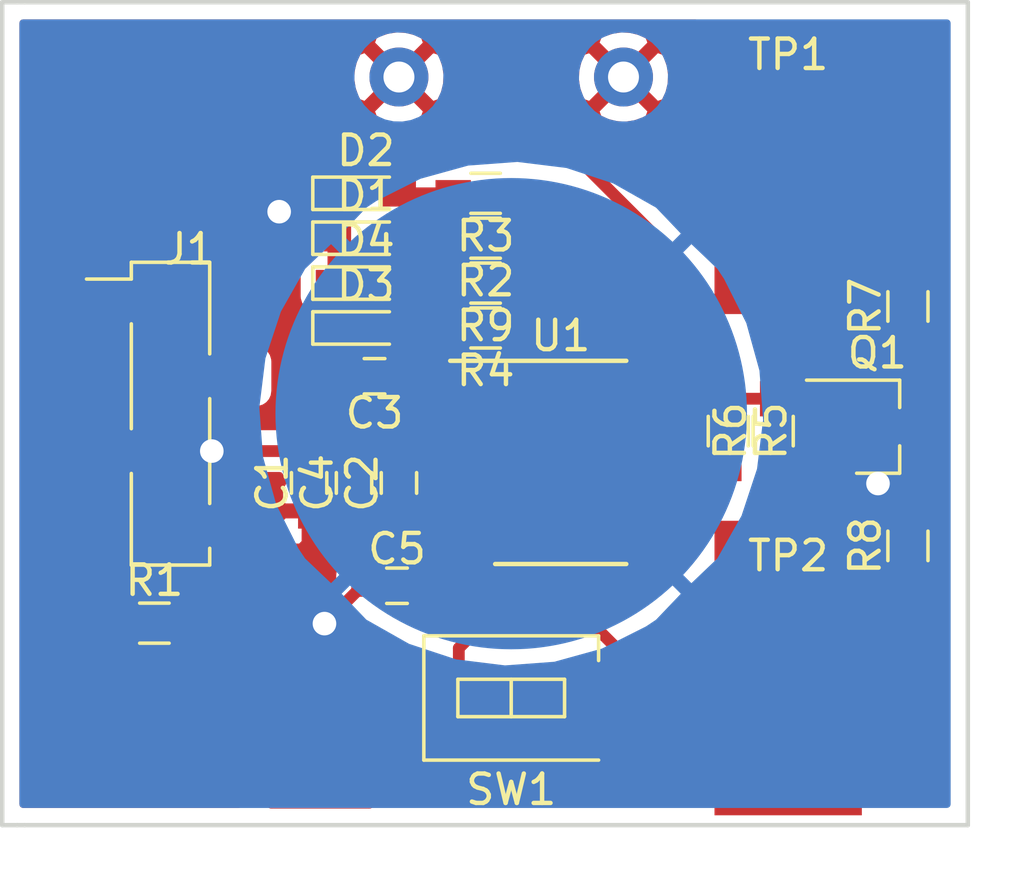
<source format=kicad_pcb>
(kicad_pcb (version 4) (host pcbnew 4.0.7-e2-6376~58~ubuntu17.04.1)

  (general
    (links 43)
    (no_connects 0)
    (area 105.842999 65.964999 138.759001 94.055001)
    (thickness 1.6)
    (drawings 8)
    (tracks 125)
    (zones 0)
    (modules 25)
    (nets 28)
  )

  (page A4)
  (layers
    (0 F.Cu signal)
    (31 B.Cu signal)
    (32 B.Adhes user)
    (33 F.Adhes user)
    (34 B.Paste user)
    (35 F.Paste user)
    (36 B.SilkS user)
    (37 F.SilkS user)
    (38 B.Mask user)
    (39 F.Mask user)
    (40 Dwgs.User user)
    (41 Cmts.User user)
    (42 Eco1.User user)
    (43 Eco2.User user)
    (44 Edge.Cuts user)
    (45 Margin user)
    (46 B.CrtYd user)
    (47 F.CrtYd user)
    (48 B.Fab user)
    (49 F.Fab user)
  )

  (setup
    (last_trace_width 0.4)
    (trace_clearance 0.2)
    (zone_clearance 0.508)
    (zone_45_only no)
    (trace_min 0.2)
    (segment_width 0.2)
    (edge_width 0.15)
    (via_size 1.2)
    (via_drill 0.8)
    (via_min_size 0.4)
    (via_min_drill 0.3)
    (uvia_size 0.3)
    (uvia_drill 0.1)
    (uvias_allowed no)
    (uvia_min_size 0.2)
    (uvia_min_drill 0.1)
    (pcb_text_width 0.3)
    (pcb_text_size 1.5 1.5)
    (mod_edge_width 0.15)
    (mod_text_size 1 1)
    (mod_text_width 0.15)
    (pad_size 1.524 1.524)
    (pad_drill 0.762)
    (pad_to_mask_clearance 0.2)
    (aux_axis_origin 0 0)
    (visible_elements FFFFFF7F)
    (pcbplotparams
      (layerselection 0x000c0_80000001)
      (usegerberextensions false)
      (excludeedgelayer false)
      (linewidth 0.020000)
      (plotframeref false)
      (viasonmask true)
      (mode 1)
      (useauxorigin false)
      (hpglpennumber 1)
      (hpglpenspeed 20)
      (hpglpendiameter 15)
      (hpglpenoverlay 2)
      (psnegative false)
      (psa4output false)
      (plotreference false)
      (plotvalue false)
      (plotinvisibletext false)
      (padsonsilk false)
      (subtractmaskfromsilk false)
      (outputformat 5)
      (mirror false)
      (drillshape 1)
      (scaleselection 1)
      (outputdirectory ""))
  )

  (net 0 "")
  (net 1 +3V3)
  (net 2 GND)
  (net 3 NRST)
  (net 4 "Net-(C5-Pad2)")
  (net 5 "Net-(D1-Pad2)")
  (net 6 "Net-(D2-Pad2)")
  (net 7 "Net-(D3-Pad2)")
  (net 8 "Net-(D4-Pad2)")
  (net 9 "Net-(J1-Pad1)")
  (net 10 SWIM)
  (net 11 "Net-(Q1-Pad1)")
  (net 12 "Net-(Q1-Pad3)")
  (net 13 LED1)
  (net 14 LED2)
  (net 15 LED3)
  (net 16 ANT_GATE)
  (net 17 LED4)
  (net 18 "Net-(SW1-Pad1)")
  (net 19 "Net-(U1-Pad3)")
  (net 20 "Net-(U1-Pad5)")
  (net 21 "Net-(U1-Pad6)")
  (net 22 "Net-(U1-Pad10)")
  (net 23 "Net-(U1-Pad13)")
  (net 24 "Net-(U1-Pad14)")
  (net 25 "Net-(U1-Pad15)")
  (net 26 "Net-(U1-Pad17)")
  (net 27 "Net-(U1-Pad11)")

  (net_class Default "This is the default net class."
    (clearance 0.2)
    (trace_width 0.4)
    (via_dia 1.2)
    (via_drill 0.8)
    (uvia_dia 0.3)
    (uvia_drill 0.1)
    (add_net +3V3)
    (add_net ANT_GATE)
    (add_net GND)
    (add_net LED1)
    (add_net LED2)
    (add_net LED3)
    (add_net LED4)
    (add_net NRST)
    (add_net "Net-(C5-Pad2)")
    (add_net "Net-(D1-Pad2)")
    (add_net "Net-(D2-Pad2)")
    (add_net "Net-(D3-Pad2)")
    (add_net "Net-(D4-Pad2)")
    (add_net "Net-(J1-Pad1)")
    (add_net "Net-(Q1-Pad1)")
    (add_net "Net-(Q1-Pad3)")
    (add_net "Net-(SW1-Pad1)")
    (add_net "Net-(U1-Pad10)")
    (add_net "Net-(U1-Pad11)")
    (add_net "Net-(U1-Pad13)")
    (add_net "Net-(U1-Pad14)")
    (add_net "Net-(U1-Pad15)")
    (add_net "Net-(U1-Pad17)")
    (add_net "Net-(U1-Pad3)")
    (add_net "Net-(U1-Pad5)")
    (add_net "Net-(U1-Pad6)")
    (add_net SWIM)
  )

  (module CR2032_PCB_BAT_END:CR2032_PCB_BAT (layer B.Cu) (tedit 581CF85F) (tstamp 59CA2462)
    (at 123.19 80.01)
    (path /59CA2754)
    (fp_text reference P1 (at 0 11.43) (layer B.SilkS) hide
      (effects (font (size 1 1) (thickness 0.15)) (justify mirror))
    )
    (fp_text value CR_PCB_BAT (at 0 13.335) (layer B.Fab) hide
      (effects (font (size 1 1) (thickness 0.15)) (justify mirror))
    )
    (fp_circle (center 0 0) (end 10.16 0) (layer B.CrtYd) (width 0.5))
    (pad 2 smd circle (at 0 0) (size 16 16) (layers B.Cu B.Mask)
      (net 2 GND))
    (pad 1 thru_hole circle (at -3.81 -11.43) (size 2 2) (drill 1.05) (layers *.Cu *.Mask)
      (net 1 +3V3))
    (pad 1 thru_hole circle (at 3.81 -11.43) (size 2 2) (drill 1.05) (layers *.Cu *.Mask)
      (net 1 +3V3))
  )

  (module Capacitors_SMD:C_0603_HandSoldering (layer F.Cu) (tedit 58AA848B) (tstamp 59CA2423)
    (at 116.332 82.362 90)
    (descr "Capacitor SMD 0603, hand soldering")
    (tags "capacitor 0603")
    (path /59CA4B68)
    (attr smd)
    (fp_text reference C1 (at 0 -1.25 90) (layer F.SilkS)
      (effects (font (size 1 1) (thickness 0.15)))
    )
    (fp_text value 10n (at 0 1.5 90) (layer F.Fab)
      (effects (font (size 1 1) (thickness 0.15)))
    )
    (fp_text user %R (at 0 -1.25 90) (layer F.Fab)
      (effects (font (size 1 1) (thickness 0.15)))
    )
    (fp_line (start -0.8 0.4) (end -0.8 -0.4) (layer F.Fab) (width 0.1))
    (fp_line (start 0.8 0.4) (end -0.8 0.4) (layer F.Fab) (width 0.1))
    (fp_line (start 0.8 -0.4) (end 0.8 0.4) (layer F.Fab) (width 0.1))
    (fp_line (start -0.8 -0.4) (end 0.8 -0.4) (layer F.Fab) (width 0.1))
    (fp_line (start -0.35 -0.6) (end 0.35 -0.6) (layer F.SilkS) (width 0.12))
    (fp_line (start 0.35 0.6) (end -0.35 0.6) (layer F.SilkS) (width 0.12))
    (fp_line (start -1.8 -0.65) (end 1.8 -0.65) (layer F.CrtYd) (width 0.05))
    (fp_line (start -1.8 -0.65) (end -1.8 0.65) (layer F.CrtYd) (width 0.05))
    (fp_line (start 1.8 0.65) (end 1.8 -0.65) (layer F.CrtYd) (width 0.05))
    (fp_line (start 1.8 0.65) (end -1.8 0.65) (layer F.CrtYd) (width 0.05))
    (pad 1 smd rect (at -0.95 0 90) (size 1.2 0.75) (layers F.Cu F.Paste F.Mask)
      (net 1 +3V3))
    (pad 2 smd rect (at 0.95 0 90) (size 1.2 0.75) (layers F.Cu F.Paste F.Mask)
      (net 2 GND))
    (model Capacitors_SMD.3dshapes/C_0603.wrl
      (at (xyz 0 0 0))
      (scale (xyz 1 1 1))
      (rotate (xyz 0 0 0))
    )
  )

  (module Capacitors_SMD:C_0603_HandSoldering (layer F.Cu) (tedit 58AA848B) (tstamp 59CA2429)
    (at 119.38 82.362 90)
    (descr "Capacitor SMD 0603, hand soldering")
    (tags "capacitor 0603")
    (path /59CA4BB6)
    (attr smd)
    (fp_text reference C2 (at 0 -1.25 90) (layer F.SilkS)
      (effects (font (size 1 1) (thickness 0.15)))
    )
    (fp_text value 100n (at 0 1.5 90) (layer F.Fab)
      (effects (font (size 1 1) (thickness 0.15)))
    )
    (fp_text user %R (at 0 -1.25 90) (layer F.Fab)
      (effects (font (size 1 1) (thickness 0.15)))
    )
    (fp_line (start -0.8 0.4) (end -0.8 -0.4) (layer F.Fab) (width 0.1))
    (fp_line (start 0.8 0.4) (end -0.8 0.4) (layer F.Fab) (width 0.1))
    (fp_line (start 0.8 -0.4) (end 0.8 0.4) (layer F.Fab) (width 0.1))
    (fp_line (start -0.8 -0.4) (end 0.8 -0.4) (layer F.Fab) (width 0.1))
    (fp_line (start -0.35 -0.6) (end 0.35 -0.6) (layer F.SilkS) (width 0.12))
    (fp_line (start 0.35 0.6) (end -0.35 0.6) (layer F.SilkS) (width 0.12))
    (fp_line (start -1.8 -0.65) (end 1.8 -0.65) (layer F.CrtYd) (width 0.05))
    (fp_line (start -1.8 -0.65) (end -1.8 0.65) (layer F.CrtYd) (width 0.05))
    (fp_line (start 1.8 0.65) (end 1.8 -0.65) (layer F.CrtYd) (width 0.05))
    (fp_line (start 1.8 0.65) (end -1.8 0.65) (layer F.CrtYd) (width 0.05))
    (pad 1 smd rect (at -0.95 0 90) (size 1.2 0.75) (layers F.Cu F.Paste F.Mask)
      (net 1 +3V3))
    (pad 2 smd rect (at 0.95 0 90) (size 1.2 0.75) (layers F.Cu F.Paste F.Mask)
      (net 2 GND))
    (model Capacitors_SMD.3dshapes/C_0603.wrl
      (at (xyz 0 0 0))
      (scale (xyz 1 1 1))
      (rotate (xyz 0 0 0))
    )
  )

  (module Capacitors_SMD:C_0603_HandSoldering (layer F.Cu) (tedit 58AA848B) (tstamp 59CA242F)
    (at 118.552 78.74 180)
    (descr "Capacitor SMD 0603, hand soldering")
    (tags "capacitor 0603")
    (path /59CA6600)
    (attr smd)
    (fp_text reference C3 (at 0 -1.25 180) (layer F.SilkS)
      (effects (font (size 1 1) (thickness 0.15)))
    )
    (fp_text value 10n (at 0 1.5 180) (layer F.Fab)
      (effects (font (size 1 1) (thickness 0.15)))
    )
    (fp_text user %R (at 0 -1.25 180) (layer F.Fab)
      (effects (font (size 1 1) (thickness 0.15)))
    )
    (fp_line (start -0.8 0.4) (end -0.8 -0.4) (layer F.Fab) (width 0.1))
    (fp_line (start 0.8 0.4) (end -0.8 0.4) (layer F.Fab) (width 0.1))
    (fp_line (start 0.8 -0.4) (end 0.8 0.4) (layer F.Fab) (width 0.1))
    (fp_line (start -0.8 -0.4) (end 0.8 -0.4) (layer F.Fab) (width 0.1))
    (fp_line (start -0.35 -0.6) (end 0.35 -0.6) (layer F.SilkS) (width 0.12))
    (fp_line (start 0.35 0.6) (end -0.35 0.6) (layer F.SilkS) (width 0.12))
    (fp_line (start -1.8 -0.65) (end 1.8 -0.65) (layer F.CrtYd) (width 0.05))
    (fp_line (start -1.8 -0.65) (end -1.8 0.65) (layer F.CrtYd) (width 0.05))
    (fp_line (start 1.8 0.65) (end 1.8 -0.65) (layer F.CrtYd) (width 0.05))
    (fp_line (start 1.8 0.65) (end -1.8 0.65) (layer F.CrtYd) (width 0.05))
    (pad 1 smd rect (at -0.95 0 180) (size 1.2 0.75) (layers F.Cu F.Paste F.Mask)
      (net 3 NRST))
    (pad 2 smd rect (at 0.95 0 180) (size 1.2 0.75) (layers F.Cu F.Paste F.Mask)
      (net 2 GND))
    (model Capacitors_SMD.3dshapes/C_0603.wrl
      (at (xyz 0 0 0))
      (scale (xyz 1 1 1))
      (rotate (xyz 0 0 0))
    )
  )

  (module Capacitors_SMD:C_0603_HandSoldering (layer F.Cu) (tedit 58AA848B) (tstamp 59CA2435)
    (at 117.856 82.362 90)
    (descr "Capacitor SMD 0603, hand soldering")
    (tags "capacitor 0603")
    (path /59CA4FF3)
    (attr smd)
    (fp_text reference C4 (at 0 -1.25 90) (layer F.SilkS)
      (effects (font (size 1 1) (thickness 0.15)))
    )
    (fp_text value 1u (at 0 1.5 90) (layer F.Fab)
      (effects (font (size 1 1) (thickness 0.15)))
    )
    (fp_text user %R (at 0 -1.25 90) (layer F.Fab)
      (effects (font (size 1 1) (thickness 0.15)))
    )
    (fp_line (start -0.8 0.4) (end -0.8 -0.4) (layer F.Fab) (width 0.1))
    (fp_line (start 0.8 0.4) (end -0.8 0.4) (layer F.Fab) (width 0.1))
    (fp_line (start 0.8 -0.4) (end 0.8 0.4) (layer F.Fab) (width 0.1))
    (fp_line (start -0.8 -0.4) (end 0.8 -0.4) (layer F.Fab) (width 0.1))
    (fp_line (start -0.35 -0.6) (end 0.35 -0.6) (layer F.SilkS) (width 0.12))
    (fp_line (start 0.35 0.6) (end -0.35 0.6) (layer F.SilkS) (width 0.12))
    (fp_line (start -1.8 -0.65) (end 1.8 -0.65) (layer F.CrtYd) (width 0.05))
    (fp_line (start -1.8 -0.65) (end -1.8 0.65) (layer F.CrtYd) (width 0.05))
    (fp_line (start 1.8 0.65) (end 1.8 -0.65) (layer F.CrtYd) (width 0.05))
    (fp_line (start 1.8 0.65) (end -1.8 0.65) (layer F.CrtYd) (width 0.05))
    (pad 1 smd rect (at -0.95 0 90) (size 1.2 0.75) (layers F.Cu F.Paste F.Mask)
      (net 1 +3V3))
    (pad 2 smd rect (at 0.95 0 90) (size 1.2 0.75) (layers F.Cu F.Paste F.Mask)
      (net 2 GND))
    (model Capacitors_SMD.3dshapes/C_0603.wrl
      (at (xyz 0 0 0))
      (scale (xyz 1 1 1))
      (rotate (xyz 0 0 0))
    )
  )

  (module Capacitors_SMD:C_0603_HandSoldering (layer F.Cu) (tedit 58AA848B) (tstamp 59CA243B)
    (at 119.314 85.852)
    (descr "Capacitor SMD 0603, hand soldering")
    (tags "capacitor 0603")
    (path /59CA5204)
    (attr smd)
    (fp_text reference C5 (at 0 -1.25) (layer F.SilkS)
      (effects (font (size 1 1) (thickness 0.15)))
    )
    (fp_text value 1u (at 0 1.5) (layer F.Fab)
      (effects (font (size 1 1) (thickness 0.15)))
    )
    (fp_text user %R (at 0 -1.25) (layer F.Fab)
      (effects (font (size 1 1) (thickness 0.15)))
    )
    (fp_line (start -0.8 0.4) (end -0.8 -0.4) (layer F.Fab) (width 0.1))
    (fp_line (start 0.8 0.4) (end -0.8 0.4) (layer F.Fab) (width 0.1))
    (fp_line (start 0.8 -0.4) (end 0.8 0.4) (layer F.Fab) (width 0.1))
    (fp_line (start -0.8 -0.4) (end 0.8 -0.4) (layer F.Fab) (width 0.1))
    (fp_line (start -0.35 -0.6) (end 0.35 -0.6) (layer F.SilkS) (width 0.12))
    (fp_line (start 0.35 0.6) (end -0.35 0.6) (layer F.SilkS) (width 0.12))
    (fp_line (start -1.8 -0.65) (end 1.8 -0.65) (layer F.CrtYd) (width 0.05))
    (fp_line (start -1.8 -0.65) (end -1.8 0.65) (layer F.CrtYd) (width 0.05))
    (fp_line (start 1.8 0.65) (end 1.8 -0.65) (layer F.CrtYd) (width 0.05))
    (fp_line (start 1.8 0.65) (end -1.8 0.65) (layer F.CrtYd) (width 0.05))
    (pad 1 smd rect (at -0.95 0) (size 1.2 0.75) (layers F.Cu F.Paste F.Mask)
      (net 2 GND))
    (pad 2 smd rect (at 0.95 0) (size 1.2 0.75) (layers F.Cu F.Paste F.Mask)
      (net 4 "Net-(C5-Pad2)"))
    (model Capacitors_SMD.3dshapes/C_0603.wrl
      (at (xyz 0 0 0))
      (scale (xyz 1 1 1))
      (rotate (xyz 0 0 0))
    )
  )

  (module LEDs:LED_0603_HandSoldering (layer F.Cu) (tedit 595FC9C0) (tstamp 59CA2441)
    (at 118.257138 74.052288)
    (descr "LED SMD 0603, hand soldering")
    (tags "LED 0603")
    (path /59CA38AB)
    (attr smd)
    (fp_text reference D1 (at 0 -1.45) (layer F.SilkS)
      (effects (font (size 1 1) (thickness 0.15)))
    )
    (fp_text value LED (at 0 1.55) (layer F.Fab)
      (effects (font (size 1 1) (thickness 0.15)))
    )
    (fp_line (start -1.8 -0.55) (end -1.8 0.55) (layer F.SilkS) (width 0.12))
    (fp_line (start -0.2 -0.2) (end -0.2 0.2) (layer F.Fab) (width 0.1))
    (fp_line (start -0.15 0) (end 0.15 -0.2) (layer F.Fab) (width 0.1))
    (fp_line (start 0.15 0.2) (end -0.15 0) (layer F.Fab) (width 0.1))
    (fp_line (start 0.15 -0.2) (end 0.15 0.2) (layer F.Fab) (width 0.1))
    (fp_line (start 0.8 0.4) (end -0.8 0.4) (layer F.Fab) (width 0.1))
    (fp_line (start 0.8 -0.4) (end 0.8 0.4) (layer F.Fab) (width 0.1))
    (fp_line (start -0.8 -0.4) (end 0.8 -0.4) (layer F.Fab) (width 0.1))
    (fp_line (start -1.8 0.55) (end 0.8 0.55) (layer F.SilkS) (width 0.12))
    (fp_line (start -1.8 -0.55) (end 0.8 -0.55) (layer F.SilkS) (width 0.12))
    (fp_line (start -1.96 -0.7) (end 1.95 -0.7) (layer F.CrtYd) (width 0.05))
    (fp_line (start -1.96 -0.7) (end -1.96 0.7) (layer F.CrtYd) (width 0.05))
    (fp_line (start 1.95 0.7) (end 1.95 -0.7) (layer F.CrtYd) (width 0.05))
    (fp_line (start 1.95 0.7) (end -1.96 0.7) (layer F.CrtYd) (width 0.05))
    (fp_line (start -0.8 -0.4) (end -0.8 0.4) (layer F.Fab) (width 0.1))
    (pad 1 smd rect (at -1.1 0) (size 1.2 0.9) (layers F.Cu F.Paste F.Mask)
      (net 2 GND))
    (pad 2 smd rect (at 1.1 0) (size 1.2 0.9) (layers F.Cu F.Paste F.Mask)
      (net 5 "Net-(D1-Pad2)"))
    (model ${KISYS3DMOD}/LEDs.3dshapes/LED_0603.wrl
      (at (xyz 0 0 0))
      (scale (xyz 1 1 1))
      (rotate (xyz 0 0 180))
    )
  )

  (module LEDs:LED_0603_HandSoldering (layer F.Cu) (tedit 595FC9C0) (tstamp 59CA2447)
    (at 118.257138 72.528288)
    (descr "LED SMD 0603, hand soldering")
    (tags "LED 0603")
    (path /59CA38E2)
    (attr smd)
    (fp_text reference D2 (at 0 -1.45) (layer F.SilkS)
      (effects (font (size 1 1) (thickness 0.15)))
    )
    (fp_text value LED (at 0 1.55) (layer F.Fab)
      (effects (font (size 1 1) (thickness 0.15)))
    )
    (fp_line (start -1.8 -0.55) (end -1.8 0.55) (layer F.SilkS) (width 0.12))
    (fp_line (start -0.2 -0.2) (end -0.2 0.2) (layer F.Fab) (width 0.1))
    (fp_line (start -0.15 0) (end 0.15 -0.2) (layer F.Fab) (width 0.1))
    (fp_line (start 0.15 0.2) (end -0.15 0) (layer F.Fab) (width 0.1))
    (fp_line (start 0.15 -0.2) (end 0.15 0.2) (layer F.Fab) (width 0.1))
    (fp_line (start 0.8 0.4) (end -0.8 0.4) (layer F.Fab) (width 0.1))
    (fp_line (start 0.8 -0.4) (end 0.8 0.4) (layer F.Fab) (width 0.1))
    (fp_line (start -0.8 -0.4) (end 0.8 -0.4) (layer F.Fab) (width 0.1))
    (fp_line (start -1.8 0.55) (end 0.8 0.55) (layer F.SilkS) (width 0.12))
    (fp_line (start -1.8 -0.55) (end 0.8 -0.55) (layer F.SilkS) (width 0.12))
    (fp_line (start -1.96 -0.7) (end 1.95 -0.7) (layer F.CrtYd) (width 0.05))
    (fp_line (start -1.96 -0.7) (end -1.96 0.7) (layer F.CrtYd) (width 0.05))
    (fp_line (start 1.95 0.7) (end 1.95 -0.7) (layer F.CrtYd) (width 0.05))
    (fp_line (start 1.95 0.7) (end -1.96 0.7) (layer F.CrtYd) (width 0.05))
    (fp_line (start -0.8 -0.4) (end -0.8 0.4) (layer F.Fab) (width 0.1))
    (pad 1 smd rect (at -1.1 0) (size 1.2 0.9) (layers F.Cu F.Paste F.Mask)
      (net 2 GND))
    (pad 2 smd rect (at 1.1 0) (size 1.2 0.9) (layers F.Cu F.Paste F.Mask)
      (net 6 "Net-(D2-Pad2)"))
    (model ${KISYS3DMOD}/LEDs.3dshapes/LED_0603.wrl
      (at (xyz 0 0 0))
      (scale (xyz 1 1 1))
      (rotate (xyz 0 0 180))
    )
  )

  (module LEDs:LED_0603_HandSoldering (layer F.Cu) (tedit 595FC9C0) (tstamp 59CA244D)
    (at 118.257138 77.100288)
    (descr "LED SMD 0603, hand soldering")
    (tags "LED 0603")
    (path /59CA3971)
    (attr smd)
    (fp_text reference D3 (at 0 -1.45) (layer F.SilkS)
      (effects (font (size 1 1) (thickness 0.15)))
    )
    (fp_text value LED (at 0 1.55) (layer F.Fab)
      (effects (font (size 1 1) (thickness 0.15)))
    )
    (fp_line (start -1.8 -0.55) (end -1.8 0.55) (layer F.SilkS) (width 0.12))
    (fp_line (start -0.2 -0.2) (end -0.2 0.2) (layer F.Fab) (width 0.1))
    (fp_line (start -0.15 0) (end 0.15 -0.2) (layer F.Fab) (width 0.1))
    (fp_line (start 0.15 0.2) (end -0.15 0) (layer F.Fab) (width 0.1))
    (fp_line (start 0.15 -0.2) (end 0.15 0.2) (layer F.Fab) (width 0.1))
    (fp_line (start 0.8 0.4) (end -0.8 0.4) (layer F.Fab) (width 0.1))
    (fp_line (start 0.8 -0.4) (end 0.8 0.4) (layer F.Fab) (width 0.1))
    (fp_line (start -0.8 -0.4) (end 0.8 -0.4) (layer F.Fab) (width 0.1))
    (fp_line (start -1.8 0.55) (end 0.8 0.55) (layer F.SilkS) (width 0.12))
    (fp_line (start -1.8 -0.55) (end 0.8 -0.55) (layer F.SilkS) (width 0.12))
    (fp_line (start -1.96 -0.7) (end 1.95 -0.7) (layer F.CrtYd) (width 0.05))
    (fp_line (start -1.96 -0.7) (end -1.96 0.7) (layer F.CrtYd) (width 0.05))
    (fp_line (start 1.95 0.7) (end 1.95 -0.7) (layer F.CrtYd) (width 0.05))
    (fp_line (start 1.95 0.7) (end -1.96 0.7) (layer F.CrtYd) (width 0.05))
    (fp_line (start -0.8 -0.4) (end -0.8 0.4) (layer F.Fab) (width 0.1))
    (pad 1 smd rect (at -1.1 0) (size 1.2 0.9) (layers F.Cu F.Paste F.Mask)
      (net 2 GND))
    (pad 2 smd rect (at 1.1 0) (size 1.2 0.9) (layers F.Cu F.Paste F.Mask)
      (net 7 "Net-(D3-Pad2)"))
    (model ${KISYS3DMOD}/LEDs.3dshapes/LED_0603.wrl
      (at (xyz 0 0 0))
      (scale (xyz 1 1 1))
      (rotate (xyz 0 0 180))
    )
  )

  (module LEDs:LED_0603_HandSoldering (layer F.Cu) (tedit 595FC9C0) (tstamp 59CA2453)
    (at 118.257138 75.576288)
    (descr "LED SMD 0603, hand soldering")
    (tags "LED 0603")
    (path /59CA39B1)
    (attr smd)
    (fp_text reference D4 (at 0 -1.45) (layer F.SilkS)
      (effects (font (size 1 1) (thickness 0.15)))
    )
    (fp_text value LED (at 0 1.55) (layer F.Fab)
      (effects (font (size 1 1) (thickness 0.15)))
    )
    (fp_line (start -1.8 -0.55) (end -1.8 0.55) (layer F.SilkS) (width 0.12))
    (fp_line (start -0.2 -0.2) (end -0.2 0.2) (layer F.Fab) (width 0.1))
    (fp_line (start -0.15 0) (end 0.15 -0.2) (layer F.Fab) (width 0.1))
    (fp_line (start 0.15 0.2) (end -0.15 0) (layer F.Fab) (width 0.1))
    (fp_line (start 0.15 -0.2) (end 0.15 0.2) (layer F.Fab) (width 0.1))
    (fp_line (start 0.8 0.4) (end -0.8 0.4) (layer F.Fab) (width 0.1))
    (fp_line (start 0.8 -0.4) (end 0.8 0.4) (layer F.Fab) (width 0.1))
    (fp_line (start -0.8 -0.4) (end 0.8 -0.4) (layer F.Fab) (width 0.1))
    (fp_line (start -1.8 0.55) (end 0.8 0.55) (layer F.SilkS) (width 0.12))
    (fp_line (start -1.8 -0.55) (end 0.8 -0.55) (layer F.SilkS) (width 0.12))
    (fp_line (start -1.96 -0.7) (end 1.95 -0.7) (layer F.CrtYd) (width 0.05))
    (fp_line (start -1.96 -0.7) (end -1.96 0.7) (layer F.CrtYd) (width 0.05))
    (fp_line (start 1.95 0.7) (end 1.95 -0.7) (layer F.CrtYd) (width 0.05))
    (fp_line (start 1.95 0.7) (end -1.96 0.7) (layer F.CrtYd) (width 0.05))
    (fp_line (start -0.8 -0.4) (end -0.8 0.4) (layer F.Fab) (width 0.1))
    (pad 1 smd rect (at -1.1 0) (size 1.2 0.9) (layers F.Cu F.Paste F.Mask)
      (net 2 GND))
    (pad 2 smd rect (at 1.1 0) (size 1.2 0.9) (layers F.Cu F.Paste F.Mask)
      (net 8 "Net-(D4-Pad2)"))
    (model ${KISYS3DMOD}/LEDs.3dshapes/LED_0603.wrl
      (at (xyz 0 0 0))
      (scale (xyz 1 1 1))
      (rotate (xyz 0 0 180))
    )
  )

  (module Pin_Headers:Pin_Header_Straight_1x04_Pitch2.54mm_SMD_Pin1Left (layer F.Cu) (tedit 59650532) (tstamp 59CA245B)
    (at 111.629 80.01)
    (descr "surface-mounted straight pin header, 1x04, 2.54mm pitch, single row, style 1 (pin 1 left)")
    (tags "Surface mounted pin header SMD 1x04 2.54mm single row style1 pin1 left")
    (path /59CA5699)
    (attr smd)
    (fp_text reference J1 (at 0.639 -5.588) (layer F.SilkS)
      (effects (font (size 1 1) (thickness 0.15)))
    )
    (fp_text value Conn_01x04 (at 0 6.14) (layer F.Fab)
      (effects (font (size 1 1) (thickness 0.15)))
    )
    (fp_line (start 1.27 5.08) (end -1.27 5.08) (layer F.Fab) (width 0.1))
    (fp_line (start -0.32 -5.08) (end 1.27 -5.08) (layer F.Fab) (width 0.1))
    (fp_line (start -1.27 5.08) (end -1.27 -4.13) (layer F.Fab) (width 0.1))
    (fp_line (start -1.27 -4.13) (end -0.32 -5.08) (layer F.Fab) (width 0.1))
    (fp_line (start 1.27 -5.08) (end 1.27 5.08) (layer F.Fab) (width 0.1))
    (fp_line (start -1.27 -4.13) (end -2.54 -4.13) (layer F.Fab) (width 0.1))
    (fp_line (start -2.54 -4.13) (end -2.54 -3.49) (layer F.Fab) (width 0.1))
    (fp_line (start -2.54 -3.49) (end -1.27 -3.49) (layer F.Fab) (width 0.1))
    (fp_line (start -1.27 0.95) (end -2.54 0.95) (layer F.Fab) (width 0.1))
    (fp_line (start -2.54 0.95) (end -2.54 1.59) (layer F.Fab) (width 0.1))
    (fp_line (start -2.54 1.59) (end -1.27 1.59) (layer F.Fab) (width 0.1))
    (fp_line (start 1.27 -1.59) (end 2.54 -1.59) (layer F.Fab) (width 0.1))
    (fp_line (start 2.54 -1.59) (end 2.54 -0.95) (layer F.Fab) (width 0.1))
    (fp_line (start 2.54 -0.95) (end 1.27 -0.95) (layer F.Fab) (width 0.1))
    (fp_line (start 1.27 3.49) (end 2.54 3.49) (layer F.Fab) (width 0.1))
    (fp_line (start 2.54 3.49) (end 2.54 4.13) (layer F.Fab) (width 0.1))
    (fp_line (start 2.54 4.13) (end 1.27 4.13) (layer F.Fab) (width 0.1))
    (fp_line (start -1.33 -5.14) (end 1.33 -5.14) (layer F.SilkS) (width 0.12))
    (fp_line (start -1.33 5.14) (end 1.33 5.14) (layer F.SilkS) (width 0.12))
    (fp_line (start 1.33 -5.14) (end 1.33 -2.03) (layer F.SilkS) (width 0.12))
    (fp_line (start -1.33 -4.57) (end -2.85 -4.57) (layer F.SilkS) (width 0.12))
    (fp_line (start -1.33 -5.14) (end -1.33 -4.57) (layer F.SilkS) (width 0.12))
    (fp_line (start 1.33 4.57) (end 1.33 5.14) (layer F.SilkS) (width 0.12))
    (fp_line (start 1.33 -0.51) (end 1.33 3.05) (layer F.SilkS) (width 0.12))
    (fp_line (start -1.33 -3.05) (end -1.33 0.51) (layer F.SilkS) (width 0.12))
    (fp_line (start -1.33 2.03) (end -1.33 5.14) (layer F.SilkS) (width 0.12))
    (fp_line (start -3.45 -5.6) (end -3.45 5.6) (layer F.CrtYd) (width 0.05))
    (fp_line (start -3.45 5.6) (end 3.45 5.6) (layer F.CrtYd) (width 0.05))
    (fp_line (start 3.45 5.6) (end 3.45 -5.6) (layer F.CrtYd) (width 0.05))
    (fp_line (start 3.45 -5.6) (end -3.45 -5.6) (layer F.CrtYd) (width 0.05))
    (fp_text user %R (at 0 0 90) (layer F.Fab)
      (effects (font (size 1 1) (thickness 0.15)))
    )
    (pad 1 smd rect (at -1.655 -3.81) (size 2.51 1) (layers F.Cu F.Paste F.Mask)
      (net 9 "Net-(J1-Pad1)"))
    (pad 3 smd rect (at -1.655 1.27) (size 2.51 1) (layers F.Cu F.Paste F.Mask)
      (net 2 GND))
    (pad 2 smd rect (at 1.655 -1.27) (size 2.51 1) (layers F.Cu F.Paste F.Mask)
      (net 10 SWIM))
    (pad 4 smd rect (at 1.655 3.81) (size 2.51 1) (layers F.Cu F.Paste F.Mask)
      (net 3 NRST))
    (model ${KISYS3DMOD}/Pin_Headers.3dshapes/Pin_Header_Straight_1x04_Pitch2.54mm_SMD_Pin1Left.wrl
      (at (xyz 0 0 0))
      (scale (xyz 1 1 1))
      (rotate (xyz 0 0 0))
    )
  )

  (module TO_SOT_Packages_SMD:SOT-23_Handsoldering (layer F.Cu) (tedit 58CE4E7E) (tstamp 59CA2469)
    (at 135.612 80.452)
    (descr "SOT-23, Handsoldering")
    (tags SOT-23)
    (path /59CA2ABE)
    (attr smd)
    (fp_text reference Q1 (at 0 -2.5) (layer F.SilkS)
      (effects (font (size 1 1) (thickness 0.15)))
    )
    (fp_text value Q_NMOS_GSD (at 0 2.5) (layer F.Fab)
      (effects (font (size 1 1) (thickness 0.15)))
    )
    (fp_text user %R (at 0 0 90) (layer F.Fab)
      (effects (font (size 0.5 0.5) (thickness 0.075)))
    )
    (fp_line (start 0.76 1.58) (end 0.76 0.65) (layer F.SilkS) (width 0.12))
    (fp_line (start 0.76 -1.58) (end 0.76 -0.65) (layer F.SilkS) (width 0.12))
    (fp_line (start -2.7 -1.75) (end 2.7 -1.75) (layer F.CrtYd) (width 0.05))
    (fp_line (start 2.7 -1.75) (end 2.7 1.75) (layer F.CrtYd) (width 0.05))
    (fp_line (start 2.7 1.75) (end -2.7 1.75) (layer F.CrtYd) (width 0.05))
    (fp_line (start -2.7 1.75) (end -2.7 -1.75) (layer F.CrtYd) (width 0.05))
    (fp_line (start 0.76 -1.58) (end -2.4 -1.58) (layer F.SilkS) (width 0.12))
    (fp_line (start -0.7 -0.95) (end -0.7 1.5) (layer F.Fab) (width 0.1))
    (fp_line (start -0.15 -1.52) (end 0.7 -1.52) (layer F.Fab) (width 0.1))
    (fp_line (start -0.7 -0.95) (end -0.15 -1.52) (layer F.Fab) (width 0.1))
    (fp_line (start 0.7 -1.52) (end 0.7 1.52) (layer F.Fab) (width 0.1))
    (fp_line (start -0.7 1.52) (end 0.7 1.52) (layer F.Fab) (width 0.1))
    (fp_line (start 0.76 1.58) (end -0.7 1.58) (layer F.SilkS) (width 0.12))
    (pad 1 smd rect (at -1.5 -0.95) (size 1.9 0.8) (layers F.Cu F.Paste F.Mask)
      (net 11 "Net-(Q1-Pad1)"))
    (pad 2 smd rect (at -1.5 0.95) (size 1.9 0.8) (layers F.Cu F.Paste F.Mask)
      (net 2 GND))
    (pad 3 smd rect (at 1.5 0) (size 1.9 0.8) (layers F.Cu F.Paste F.Mask)
      (net 12 "Net-(Q1-Pad3)"))
    (model ${KISYS3DMOD}/TO_SOT_Packages_SMD.3dshapes\SOT-23.wrl
      (at (xyz 0 0 0))
      (scale (xyz 1 1 1))
      (rotate (xyz 0 0 0))
    )
  )

  (module Resistors_SMD:R_0603_HandSoldering (layer F.Cu) (tedit 58E0A804) (tstamp 59CA246F)
    (at 111.082 87.122)
    (descr "Resistor SMD 0603, hand soldering")
    (tags "resistor 0603")
    (path /59CA5857)
    (attr smd)
    (fp_text reference R1 (at 0 -1.45) (layer F.SilkS)
      (effects (font (size 1 1) (thickness 0.15)))
    )
    (fp_text value 0R (at 0 1.55) (layer F.Fab)
      (effects (font (size 1 1) (thickness 0.15)))
    )
    (fp_text user %R (at 0 0) (layer F.Fab)
      (effects (font (size 0.4 0.4) (thickness 0.075)))
    )
    (fp_line (start -0.8 0.4) (end -0.8 -0.4) (layer F.Fab) (width 0.1))
    (fp_line (start 0.8 0.4) (end -0.8 0.4) (layer F.Fab) (width 0.1))
    (fp_line (start 0.8 -0.4) (end 0.8 0.4) (layer F.Fab) (width 0.1))
    (fp_line (start -0.8 -0.4) (end 0.8 -0.4) (layer F.Fab) (width 0.1))
    (fp_line (start 0.5 0.68) (end -0.5 0.68) (layer F.SilkS) (width 0.12))
    (fp_line (start -0.5 -0.68) (end 0.5 -0.68) (layer F.SilkS) (width 0.12))
    (fp_line (start -1.96 -0.7) (end 1.95 -0.7) (layer F.CrtYd) (width 0.05))
    (fp_line (start -1.96 -0.7) (end -1.96 0.7) (layer F.CrtYd) (width 0.05))
    (fp_line (start 1.95 0.7) (end 1.95 -0.7) (layer F.CrtYd) (width 0.05))
    (fp_line (start 1.95 0.7) (end -1.96 0.7) (layer F.CrtYd) (width 0.05))
    (pad 1 smd rect (at -1.1 0) (size 1.2 0.9) (layers F.Cu F.Paste F.Mask)
      (net 9 "Net-(J1-Pad1)"))
    (pad 2 smd rect (at 1.1 0) (size 1.2 0.9) (layers F.Cu F.Paste F.Mask)
      (net 1 +3V3))
    (model ${KISYS3DMOD}/Resistors_SMD.3dshapes/R_0603.wrl
      (at (xyz 0 0 0))
      (scale (xyz 1 1 1))
      (rotate (xyz 0 0 0))
    )
  )

  (module Resistors_SMD:R_0603_HandSoldering (layer F.Cu) (tedit 58E0A804) (tstamp 59CA2475)
    (at 122.321138 74.052288 180)
    (descr "Resistor SMD 0603, hand soldering")
    (tags "resistor 0603")
    (path /59CA39FF)
    (attr smd)
    (fp_text reference R2 (at 0 -1.45 180) (layer F.SilkS)
      (effects (font (size 1 1) (thickness 0.15)))
    )
    (fp_text value 1k (at 0 1.55 180) (layer F.Fab)
      (effects (font (size 1 1) (thickness 0.15)))
    )
    (fp_text user %R (at 0 0 180) (layer F.Fab)
      (effects (font (size 0.4 0.4) (thickness 0.075)))
    )
    (fp_line (start -0.8 0.4) (end -0.8 -0.4) (layer F.Fab) (width 0.1))
    (fp_line (start 0.8 0.4) (end -0.8 0.4) (layer F.Fab) (width 0.1))
    (fp_line (start 0.8 -0.4) (end 0.8 0.4) (layer F.Fab) (width 0.1))
    (fp_line (start -0.8 -0.4) (end 0.8 -0.4) (layer F.Fab) (width 0.1))
    (fp_line (start 0.5 0.68) (end -0.5 0.68) (layer F.SilkS) (width 0.12))
    (fp_line (start -0.5 -0.68) (end 0.5 -0.68) (layer F.SilkS) (width 0.12))
    (fp_line (start -1.96 -0.7) (end 1.95 -0.7) (layer F.CrtYd) (width 0.05))
    (fp_line (start -1.96 -0.7) (end -1.96 0.7) (layer F.CrtYd) (width 0.05))
    (fp_line (start 1.95 0.7) (end 1.95 -0.7) (layer F.CrtYd) (width 0.05))
    (fp_line (start 1.95 0.7) (end -1.96 0.7) (layer F.CrtYd) (width 0.05))
    (pad 1 smd rect (at -1.1 0 180) (size 1.2 0.9) (layers F.Cu F.Paste F.Mask)
      (net 13 LED1))
    (pad 2 smd rect (at 1.1 0 180) (size 1.2 0.9) (layers F.Cu F.Paste F.Mask)
      (net 5 "Net-(D1-Pad2)"))
    (model ${KISYS3DMOD}/Resistors_SMD.3dshapes/R_0603.wrl
      (at (xyz 0 0 0))
      (scale (xyz 1 1 1))
      (rotate (xyz 0 0 0))
    )
  )

  (module Resistors_SMD:R_0603_HandSoldering (layer F.Cu) (tedit 58E0A804) (tstamp 59CA247B)
    (at 122.321138 72.528288 180)
    (descr "Resistor SMD 0603, hand soldering")
    (tags "resistor 0603")
    (path /59CA3A3E)
    (attr smd)
    (fp_text reference R3 (at 0 -1.45 180) (layer F.SilkS)
      (effects (font (size 1 1) (thickness 0.15)))
    )
    (fp_text value 1k (at 0 1.55 180) (layer F.Fab)
      (effects (font (size 1 1) (thickness 0.15)))
    )
    (fp_text user %R (at 0 0 180) (layer F.Fab)
      (effects (font (size 0.4 0.4) (thickness 0.075)))
    )
    (fp_line (start -0.8 0.4) (end -0.8 -0.4) (layer F.Fab) (width 0.1))
    (fp_line (start 0.8 0.4) (end -0.8 0.4) (layer F.Fab) (width 0.1))
    (fp_line (start 0.8 -0.4) (end 0.8 0.4) (layer F.Fab) (width 0.1))
    (fp_line (start -0.8 -0.4) (end 0.8 -0.4) (layer F.Fab) (width 0.1))
    (fp_line (start 0.5 0.68) (end -0.5 0.68) (layer F.SilkS) (width 0.12))
    (fp_line (start -0.5 -0.68) (end 0.5 -0.68) (layer F.SilkS) (width 0.12))
    (fp_line (start -1.96 -0.7) (end 1.95 -0.7) (layer F.CrtYd) (width 0.05))
    (fp_line (start -1.96 -0.7) (end -1.96 0.7) (layer F.CrtYd) (width 0.05))
    (fp_line (start 1.95 0.7) (end 1.95 -0.7) (layer F.CrtYd) (width 0.05))
    (fp_line (start 1.95 0.7) (end -1.96 0.7) (layer F.CrtYd) (width 0.05))
    (pad 1 smd rect (at -1.1 0 180) (size 1.2 0.9) (layers F.Cu F.Paste F.Mask)
      (net 14 LED2))
    (pad 2 smd rect (at 1.1 0 180) (size 1.2 0.9) (layers F.Cu F.Paste F.Mask)
      (net 6 "Net-(D2-Pad2)"))
    (model ${KISYS3DMOD}/Resistors_SMD.3dshapes/R_0603.wrl
      (at (xyz 0 0 0))
      (scale (xyz 1 1 1))
      (rotate (xyz 0 0 0))
    )
  )

  (module Resistors_SMD:R_0603_HandSoldering (layer F.Cu) (tedit 58E0A804) (tstamp 59CA2481)
    (at 122.321138 77.100288 180)
    (descr "Resistor SMD 0603, hand soldering")
    (tags "resistor 0603")
    (path /59CA3A87)
    (attr smd)
    (fp_text reference R4 (at 0 -1.45 180) (layer F.SilkS)
      (effects (font (size 1 1) (thickness 0.15)))
    )
    (fp_text value 1k (at 0 1.55 180) (layer F.Fab)
      (effects (font (size 1 1) (thickness 0.15)))
    )
    (fp_text user %R (at 0 0 180) (layer F.Fab)
      (effects (font (size 0.4 0.4) (thickness 0.075)))
    )
    (fp_line (start -0.8 0.4) (end -0.8 -0.4) (layer F.Fab) (width 0.1))
    (fp_line (start 0.8 0.4) (end -0.8 0.4) (layer F.Fab) (width 0.1))
    (fp_line (start 0.8 -0.4) (end 0.8 0.4) (layer F.Fab) (width 0.1))
    (fp_line (start -0.8 -0.4) (end 0.8 -0.4) (layer F.Fab) (width 0.1))
    (fp_line (start 0.5 0.68) (end -0.5 0.68) (layer F.SilkS) (width 0.12))
    (fp_line (start -0.5 -0.68) (end 0.5 -0.68) (layer F.SilkS) (width 0.12))
    (fp_line (start -1.96 -0.7) (end 1.95 -0.7) (layer F.CrtYd) (width 0.05))
    (fp_line (start -1.96 -0.7) (end -1.96 0.7) (layer F.CrtYd) (width 0.05))
    (fp_line (start 1.95 0.7) (end 1.95 -0.7) (layer F.CrtYd) (width 0.05))
    (fp_line (start 1.95 0.7) (end -1.96 0.7) (layer F.CrtYd) (width 0.05))
    (pad 1 smd rect (at -1.1 0 180) (size 1.2 0.9) (layers F.Cu F.Paste F.Mask)
      (net 15 LED3))
    (pad 2 smd rect (at 1.1 0 180) (size 1.2 0.9) (layers F.Cu F.Paste F.Mask)
      (net 7 "Net-(D3-Pad2)"))
    (model ${KISYS3DMOD}/Resistors_SMD.3dshapes/R_0603.wrl
      (at (xyz 0 0 0))
      (scale (xyz 1 1 1))
      (rotate (xyz 0 0 0))
    )
  )

  (module Resistors_SMD:R_0603_HandSoldering (layer F.Cu) (tedit 58E0A804) (tstamp 59CA2487)
    (at 130.556 80.602 270)
    (descr "Resistor SMD 0603, hand soldering")
    (tags "resistor 0603")
    (path /59CA3402)
    (attr smd)
    (fp_text reference R5 (at 0 -1.45 270) (layer F.SilkS)
      (effects (font (size 1 1) (thickness 0.15)))
    )
    (fp_text value 100 (at 0 1.55 270) (layer F.Fab)
      (effects (font (size 1 1) (thickness 0.15)))
    )
    (fp_text user %R (at 0 0 270) (layer F.Fab)
      (effects (font (size 0.4 0.4) (thickness 0.075)))
    )
    (fp_line (start -0.8 0.4) (end -0.8 -0.4) (layer F.Fab) (width 0.1))
    (fp_line (start 0.8 0.4) (end -0.8 0.4) (layer F.Fab) (width 0.1))
    (fp_line (start 0.8 -0.4) (end 0.8 0.4) (layer F.Fab) (width 0.1))
    (fp_line (start -0.8 -0.4) (end 0.8 -0.4) (layer F.Fab) (width 0.1))
    (fp_line (start 0.5 0.68) (end -0.5 0.68) (layer F.SilkS) (width 0.12))
    (fp_line (start -0.5 -0.68) (end 0.5 -0.68) (layer F.SilkS) (width 0.12))
    (fp_line (start -1.96 -0.7) (end 1.95 -0.7) (layer F.CrtYd) (width 0.05))
    (fp_line (start -1.96 -0.7) (end -1.96 0.7) (layer F.CrtYd) (width 0.05))
    (fp_line (start 1.95 0.7) (end 1.95 -0.7) (layer F.CrtYd) (width 0.05))
    (fp_line (start 1.95 0.7) (end -1.96 0.7) (layer F.CrtYd) (width 0.05))
    (pad 1 smd rect (at -1.1 0 270) (size 1.2 0.9) (layers F.Cu F.Paste F.Mask)
      (net 11 "Net-(Q1-Pad1)"))
    (pad 2 smd rect (at 1.1 0 270) (size 1.2 0.9) (layers F.Cu F.Paste F.Mask)
      (net 16 ANT_GATE))
    (model ${KISYS3DMOD}/Resistors_SMD.3dshapes/R_0603.wrl
      (at (xyz 0 0 0))
      (scale (xyz 1 1 1))
      (rotate (xyz 0 0 0))
    )
  )

  (module Resistors_SMD:R_0603_HandSoldering (layer F.Cu) (tedit 58E0A804) (tstamp 59CA248D)
    (at 132.08 80.602 90)
    (descr "Resistor SMD 0603, hand soldering")
    (tags "resistor 0603")
    (path /59CA303D)
    (attr smd)
    (fp_text reference R6 (at 0 -1.45 90) (layer F.SilkS)
      (effects (font (size 1 1) (thickness 0.15)))
    )
    (fp_text value 10k (at 0 1.55 90) (layer F.Fab)
      (effects (font (size 1 1) (thickness 0.15)))
    )
    (fp_text user %R (at 0 0 90) (layer F.Fab)
      (effects (font (size 0.4 0.4) (thickness 0.075)))
    )
    (fp_line (start -0.8 0.4) (end -0.8 -0.4) (layer F.Fab) (width 0.1))
    (fp_line (start 0.8 0.4) (end -0.8 0.4) (layer F.Fab) (width 0.1))
    (fp_line (start 0.8 -0.4) (end 0.8 0.4) (layer F.Fab) (width 0.1))
    (fp_line (start -0.8 -0.4) (end 0.8 -0.4) (layer F.Fab) (width 0.1))
    (fp_line (start 0.5 0.68) (end -0.5 0.68) (layer F.SilkS) (width 0.12))
    (fp_line (start -0.5 -0.68) (end 0.5 -0.68) (layer F.SilkS) (width 0.12))
    (fp_line (start -1.96 -0.7) (end 1.95 -0.7) (layer F.CrtYd) (width 0.05))
    (fp_line (start -1.96 -0.7) (end -1.96 0.7) (layer F.CrtYd) (width 0.05))
    (fp_line (start 1.95 0.7) (end 1.95 -0.7) (layer F.CrtYd) (width 0.05))
    (fp_line (start 1.95 0.7) (end -1.96 0.7) (layer F.CrtYd) (width 0.05))
    (pad 1 smd rect (at -1.1 0 90) (size 1.2 0.9) (layers F.Cu F.Paste F.Mask)
      (net 2 GND))
    (pad 2 smd rect (at 1.1 0 90) (size 1.2 0.9) (layers F.Cu F.Paste F.Mask)
      (net 11 "Net-(Q1-Pad1)"))
    (model ${KISYS3DMOD}/Resistors_SMD.3dshapes/R_0603.wrl
      (at (xyz 0 0 0))
      (scale (xyz 1 1 1))
      (rotate (xyz 0 0 0))
    )
  )

  (module Resistors_SMD:R_0603_HandSoldering (layer F.Cu) (tedit 58E0A804) (tstamp 59CA2493)
    (at 136.652 76.37 90)
    (descr "Resistor SMD 0603, hand soldering")
    (tags "resistor 0603")
    (path /59CA32B2)
    (attr smd)
    (fp_text reference R7 (at 0 -1.45 90) (layer F.SilkS)
      (effects (font (size 1 1) (thickness 0.15)))
    )
    (fp_text value R (at 0 1.55 90) (layer F.Fab)
      (effects (font (size 1 1) (thickness 0.15)))
    )
    (fp_text user %R (at 0 0 90) (layer F.Fab)
      (effects (font (size 0.4 0.4) (thickness 0.075)))
    )
    (fp_line (start -0.8 0.4) (end -0.8 -0.4) (layer F.Fab) (width 0.1))
    (fp_line (start 0.8 0.4) (end -0.8 0.4) (layer F.Fab) (width 0.1))
    (fp_line (start 0.8 -0.4) (end 0.8 0.4) (layer F.Fab) (width 0.1))
    (fp_line (start -0.8 -0.4) (end 0.8 -0.4) (layer F.Fab) (width 0.1))
    (fp_line (start 0.5 0.68) (end -0.5 0.68) (layer F.SilkS) (width 0.12))
    (fp_line (start -0.5 -0.68) (end 0.5 -0.68) (layer F.SilkS) (width 0.12))
    (fp_line (start -1.96 -0.7) (end 1.95 -0.7) (layer F.CrtYd) (width 0.05))
    (fp_line (start -1.96 -0.7) (end -1.96 0.7) (layer F.CrtYd) (width 0.05))
    (fp_line (start 1.95 0.7) (end 1.95 -0.7) (layer F.CrtYd) (width 0.05))
    (fp_line (start 1.95 0.7) (end -1.96 0.7) (layer F.CrtYd) (width 0.05))
    (pad 1 smd rect (at -1.1 0 90) (size 1.2 0.9) (layers F.Cu F.Paste F.Mask)
      (net 12 "Net-(Q1-Pad3)"))
    (pad 2 smd rect (at 1.1 0 90) (size 1.2 0.9) (layers F.Cu F.Paste F.Mask)
      (net 12 "Net-(Q1-Pad3)"))
    (model ${KISYS3DMOD}/Resistors_SMD.3dshapes/R_0603.wrl
      (at (xyz 0 0 0))
      (scale (xyz 1 1 1))
      (rotate (xyz 0 0 0))
    )
  )

  (module Resistors_SMD:R_0603_HandSoldering (layer F.Cu) (tedit 58E0A804) (tstamp 59CA2499)
    (at 136.652 84.498 90)
    (descr "Resistor SMD 0603, hand soldering")
    (tags "resistor 0603")
    (path /59CA3118)
    (attr smd)
    (fp_text reference R8 (at 0 -1.45 90) (layer F.SilkS)
      (effects (font (size 1 1) (thickness 0.15)))
    )
    (fp_text value R (at 0 1.55 90) (layer F.Fab)
      (effects (font (size 1 1) (thickness 0.15)))
    )
    (fp_text user %R (at 0 0 90) (layer F.Fab)
      (effects (font (size 0.4 0.4) (thickness 0.075)))
    )
    (fp_line (start -0.8 0.4) (end -0.8 -0.4) (layer F.Fab) (width 0.1))
    (fp_line (start 0.8 0.4) (end -0.8 0.4) (layer F.Fab) (width 0.1))
    (fp_line (start 0.8 -0.4) (end 0.8 0.4) (layer F.Fab) (width 0.1))
    (fp_line (start -0.8 -0.4) (end 0.8 -0.4) (layer F.Fab) (width 0.1))
    (fp_line (start 0.5 0.68) (end -0.5 0.68) (layer F.SilkS) (width 0.12))
    (fp_line (start -0.5 -0.68) (end 0.5 -0.68) (layer F.SilkS) (width 0.12))
    (fp_line (start -1.96 -0.7) (end 1.95 -0.7) (layer F.CrtYd) (width 0.05))
    (fp_line (start -1.96 -0.7) (end -1.96 0.7) (layer F.CrtYd) (width 0.05))
    (fp_line (start 1.95 0.7) (end 1.95 -0.7) (layer F.CrtYd) (width 0.05))
    (fp_line (start 1.95 0.7) (end -1.96 0.7) (layer F.CrtYd) (width 0.05))
    (pad 1 smd rect (at -1.1 0 90) (size 1.2 0.9) (layers F.Cu F.Paste F.Mask)
      (net 2 GND))
    (pad 2 smd rect (at 1.1 0 90) (size 1.2 0.9) (layers F.Cu F.Paste F.Mask)
      (net 2 GND))
    (model ${KISYS3DMOD}/Resistors_SMD.3dshapes/R_0603.wrl
      (at (xyz 0 0 0))
      (scale (xyz 1 1 1))
      (rotate (xyz 0 0 0))
    )
  )

  (module Resistors_SMD:R_0603_HandSoldering (layer F.Cu) (tedit 58E0A804) (tstamp 59CA249F)
    (at 122.321138 75.576288 180)
    (descr "Resistor SMD 0603, hand soldering")
    (tags "resistor 0603")
    (path /59CA3AD3)
    (attr smd)
    (fp_text reference R9 (at 0 -1.45 180) (layer F.SilkS)
      (effects (font (size 1 1) (thickness 0.15)))
    )
    (fp_text value 1k (at 0 1.55 180) (layer F.Fab)
      (effects (font (size 1 1) (thickness 0.15)))
    )
    (fp_text user %R (at 0 0 180) (layer F.Fab)
      (effects (font (size 0.4 0.4) (thickness 0.075)))
    )
    (fp_line (start -0.8 0.4) (end -0.8 -0.4) (layer F.Fab) (width 0.1))
    (fp_line (start 0.8 0.4) (end -0.8 0.4) (layer F.Fab) (width 0.1))
    (fp_line (start 0.8 -0.4) (end 0.8 0.4) (layer F.Fab) (width 0.1))
    (fp_line (start -0.8 -0.4) (end 0.8 -0.4) (layer F.Fab) (width 0.1))
    (fp_line (start 0.5 0.68) (end -0.5 0.68) (layer F.SilkS) (width 0.12))
    (fp_line (start -0.5 -0.68) (end 0.5 -0.68) (layer F.SilkS) (width 0.12))
    (fp_line (start -1.96 -0.7) (end 1.95 -0.7) (layer F.CrtYd) (width 0.05))
    (fp_line (start -1.96 -0.7) (end -1.96 0.7) (layer F.CrtYd) (width 0.05))
    (fp_line (start 1.95 0.7) (end 1.95 -0.7) (layer F.CrtYd) (width 0.05))
    (fp_line (start 1.95 0.7) (end -1.96 0.7) (layer F.CrtYd) (width 0.05))
    (pad 1 smd rect (at -1.1 0 180) (size 1.2 0.9) (layers F.Cu F.Paste F.Mask)
      (net 17 LED4))
    (pad 2 smd rect (at 1.1 0 180) (size 1.2 0.9) (layers F.Cu F.Paste F.Mask)
      (net 8 "Net-(D4-Pad2)"))
    (model ${KISYS3DMOD}/Resistors_SMD.3dshapes/R_0603.wrl
      (at (xyz 0 0 0))
      (scale (xyz 1 1 1))
      (rotate (xyz 0 0 0))
    )
  )

  (module Wire_Pads:SolderWirePad_single_SMD_5x10mm (layer F.Cu) (tedit 5640A485) (tstamp 59CA24AC)
    (at 132.588 71.628)
    (descr "Wire Pad, Square, SMD Pad,  5mm x 10mm,")
    (tags "MesurementPoint Square SMDPad 5mmx10mm ")
    (path /59CA282A)
    (attr smd)
    (fp_text reference TP1 (at 0 -3.81) (layer F.SilkS)
      (effects (font (size 1 1) (thickness 0.15)))
    )
    (fp_text value TEST (at 0 6.35) (layer F.Fab)
      (effects (font (size 1 1) (thickness 0.15)))
    )
    (fp_line (start 2.75 -5.25) (end -2.75 -5.25) (layer F.CrtYd) (width 0.05))
    (fp_line (start 2.75 5.25) (end 2.75 -5.25) (layer F.CrtYd) (width 0.05))
    (fp_line (start -2.75 5.25) (end 2.75 5.25) (layer F.CrtYd) (width 0.05))
    (fp_line (start -2.75 -5.25) (end -2.75 5.25) (layer F.CrtYd) (width 0.05))
    (pad 1 smd rect (at 0 0) (size 5 10) (layers F.Cu F.Paste F.Mask)
      (net 12 "Net-(Q1-Pad3)"))
  )

  (module Wire_Pads:SolderWirePad_single_SMD_5x10mm (layer F.Cu) (tedit 5640A485) (tstamp 59CA24B1)
    (at 132.588 88.646)
    (descr "Wire Pad, Square, SMD Pad,  5mm x 10mm,")
    (tags "MesurementPoint Square SMDPad 5mmx10mm ")
    (path /59CA2920)
    (attr smd)
    (fp_text reference TP2 (at 0 -3.81) (layer F.SilkS)
      (effects (font (size 1 1) (thickness 0.15)))
    )
    (fp_text value TEST (at 0 6.35) (layer F.Fab)
      (effects (font (size 1 1) (thickness 0.15)))
    )
    (fp_line (start 2.75 -5.25) (end -2.75 -5.25) (layer F.CrtYd) (width 0.05))
    (fp_line (start 2.75 5.25) (end 2.75 -5.25) (layer F.CrtYd) (width 0.05))
    (fp_line (start -2.75 5.25) (end 2.75 5.25) (layer F.CrtYd) (width 0.05))
    (fp_line (start -2.75 -5.25) (end -2.75 5.25) (layer F.CrtYd) (width 0.05))
    (pad 1 smd rect (at 0 0) (size 5 10) (layers F.Cu F.Paste F.Mask)
      (net 2 GND))
  )

  (module Housings_SSOP:TSSOP-20_4.4x6.5mm_Pitch0.65mm (layer F.Cu) (tedit 54130A77) (tstamp 59CA24C9)
    (at 124.87 81.665)
    (descr "20-Lead Plastic Thin Shrink Small Outline (ST)-4.4 mm Body [TSSOP] (see Microchip Packaging Specification 00000049BS.pdf)")
    (tags "SSOP 0.65")
    (path /59CA27BB)
    (attr smd)
    (fp_text reference U1 (at 0 -4.3) (layer F.SilkS)
      (effects (font (size 1 1) (thickness 0.15)))
    )
    (fp_text value STM8S003F3 (at 0 4.3) (layer F.Fab)
      (effects (font (size 1 1) (thickness 0.15)))
    )
    (fp_line (start -1.2 -3.25) (end 2.2 -3.25) (layer F.Fab) (width 0.15))
    (fp_line (start 2.2 -3.25) (end 2.2 3.25) (layer F.Fab) (width 0.15))
    (fp_line (start 2.2 3.25) (end -2.2 3.25) (layer F.Fab) (width 0.15))
    (fp_line (start -2.2 3.25) (end -2.2 -2.25) (layer F.Fab) (width 0.15))
    (fp_line (start -2.2 -2.25) (end -1.2 -3.25) (layer F.Fab) (width 0.15))
    (fp_line (start -3.95 -3.55) (end -3.95 3.55) (layer F.CrtYd) (width 0.05))
    (fp_line (start 3.95 -3.55) (end 3.95 3.55) (layer F.CrtYd) (width 0.05))
    (fp_line (start -3.95 -3.55) (end 3.95 -3.55) (layer F.CrtYd) (width 0.05))
    (fp_line (start -3.95 3.55) (end 3.95 3.55) (layer F.CrtYd) (width 0.05))
    (fp_line (start -2.225 3.45) (end 2.225 3.45) (layer F.SilkS) (width 0.15))
    (fp_line (start -3.75 -3.45) (end 2.225 -3.45) (layer F.SilkS) (width 0.15))
    (fp_text user %R (at 0 0) (layer F.Fab)
      (effects (font (size 0.8 0.8) (thickness 0.15)))
    )
    (pad 1 smd rect (at -2.95 -2.925) (size 1.45 0.45) (layers F.Cu F.Paste F.Mask)
      (net 15 LED3))
    (pad 2 smd rect (at -2.95 -2.275) (size 1.45 0.45) (layers F.Cu F.Paste F.Mask)
      (net 17 LED4))
    (pad 3 smd rect (at -2.95 -1.625) (size 1.45 0.45) (layers F.Cu F.Paste F.Mask)
      (net 19 "Net-(U1-Pad3)"))
    (pad 4 smd rect (at -2.95 -0.975) (size 1.45 0.45) (layers F.Cu F.Paste F.Mask)
      (net 3 NRST))
    (pad 5 smd rect (at -2.95 -0.325) (size 1.45 0.45) (layers F.Cu F.Paste F.Mask)
      (net 20 "Net-(U1-Pad5)"))
    (pad 6 smd rect (at -2.95 0.325) (size 1.45 0.45) (layers F.Cu F.Paste F.Mask)
      (net 21 "Net-(U1-Pad6)"))
    (pad 7 smd rect (at -2.95 0.975) (size 1.45 0.45) (layers F.Cu F.Paste F.Mask)
      (net 2 GND))
    (pad 8 smd rect (at -2.95 1.625) (size 1.45 0.45) (layers F.Cu F.Paste F.Mask)
      (net 4 "Net-(C5-Pad2)"))
    (pad 9 smd rect (at -2.95 2.275) (size 1.45 0.45) (layers F.Cu F.Paste F.Mask)
      (net 1 +3V3))
    (pad 10 smd rect (at -2.95 2.925) (size 1.45 0.45) (layers F.Cu F.Paste F.Mask)
      (net 22 "Net-(U1-Pad10)"))
    (pad 11 smd rect (at 2.95 2.925) (size 1.45 0.45) (layers F.Cu F.Paste F.Mask)
      (net 27 "Net-(U1-Pad11)"))
    (pad 12 smd rect (at 2.95 2.275) (size 1.45 0.45) (layers F.Cu F.Paste F.Mask)
      (net 18 "Net-(SW1-Pad1)"))
    (pad 13 smd rect (at 2.95 1.625) (size 1.45 0.45) (layers F.Cu F.Paste F.Mask)
      (net 23 "Net-(U1-Pad13)"))
    (pad 14 smd rect (at 2.95 0.975) (size 1.45 0.45) (layers F.Cu F.Paste F.Mask)
      (net 24 "Net-(U1-Pad14)"))
    (pad 15 smd rect (at 2.95 0.325) (size 1.45 0.45) (layers F.Cu F.Paste F.Mask)
      (net 25 "Net-(U1-Pad15)"))
    (pad 16 smd rect (at 2.95 -0.325) (size 1.45 0.45) (layers F.Cu F.Paste F.Mask)
      (net 16 ANT_GATE))
    (pad 17 smd rect (at 2.95 -0.975) (size 1.45 0.45) (layers F.Cu F.Paste F.Mask)
      (net 26 "Net-(U1-Pad17)"))
    (pad 18 smd rect (at 2.95 -1.625) (size 1.45 0.45) (layers F.Cu F.Paste F.Mask)
      (net 10 SWIM))
    (pad 19 smd rect (at 2.95 -2.275) (size 1.45 0.45) (layers F.Cu F.Paste F.Mask)
      (net 13 LED1))
    (pad 20 smd rect (at 2.95 -2.925) (size 1.45 0.45) (layers F.Cu F.Paste F.Mask)
      (net 14 LED2))
    (model ${KISYS3DMOD}/Housings_SSOP.3dshapes/TSSOP-20_4.4x6.5mm_Pitch0.65mm.wrl
      (at (xyz 0 0 0))
      (scale (xyz 1 1 1))
      (rotate (xyz 0 0 0))
    )
  )

  (module Buttons_Switches_SMD:SW_DIP_x1_W8.61mm_Slide_LowProfile (layer F.Cu) (tedit 59ACAC85) (tstamp 59CA8294)
    (at 123.19 89.662 180)
    (descr "1x-dip-switch, Slide, row spacing 8.61 mm (338 mils), SMD, LowProfile")
    (tags "DIP Switch Slide 8.61mm 338mil SMD LowProfile")
    (path /59CA82D2)
    (attr smd)
    (fp_text reference SW1 (at 0 -3.11 180) (layer F.SilkS)
      (effects (font (size 1 1) (thickness 0.15)))
    )
    (fp_text value SW_DIP_x01 (at 0 3.11 180) (layer F.Fab)
      (effects (font (size 1 1) (thickness 0.15)))
    )
    (fp_line (start -2.34 -2.05) (end 3.34 -2.05) (layer F.Fab) (width 0.1))
    (fp_line (start 3.34 -2.05) (end 3.34 2.05) (layer F.Fab) (width 0.1))
    (fp_line (start 3.34 2.05) (end -3.34 2.05) (layer F.Fab) (width 0.1))
    (fp_line (start -3.34 2.05) (end -3.34 -1.05) (layer F.Fab) (width 0.1))
    (fp_line (start -3.34 -1.05) (end -2.34 -2.05) (layer F.Fab) (width 0.1))
    (fp_line (start -1.81 -0.635) (end -1.81 0.635) (layer F.Fab) (width 0.1))
    (fp_line (start -1.81 0.635) (end 1.81 0.635) (layer F.Fab) (width 0.1))
    (fp_line (start 1.81 0.635) (end 1.81 -0.635) (layer F.Fab) (width 0.1))
    (fp_line (start 1.81 -0.635) (end -1.81 -0.635) (layer F.Fab) (width 0.1))
    (fp_line (start 0 -0.635) (end 0 0.635) (layer F.Fab) (width 0.1))
    (fp_line (start -2.965 -2.11) (end 2.965 -2.11) (layer F.SilkS) (width 0.12))
    (fp_line (start 2.965 -2.11) (end 2.965 2.11) (layer F.SilkS) (width 0.12))
    (fp_line (start 2.965 2.11) (end -2.965 2.11) (layer F.SilkS) (width 0.12))
    (fp_line (start -2.965 2.11) (end -2.965 1.27) (layer F.SilkS) (width 0.12))
    (fp_line (start -1.81 -0.635) (end -1.81 0.635) (layer F.SilkS) (width 0.12))
    (fp_line (start -1.81 0.635) (end 1.81 0.635) (layer F.SilkS) (width 0.12))
    (fp_line (start 1.81 0.635) (end 1.81 -0.635) (layer F.SilkS) (width 0.12))
    (fp_line (start 1.81 -0.635) (end -1.81 -0.635) (layer F.SilkS) (width 0.12))
    (fp_line (start 0 -0.635) (end 0 0.635) (layer F.SilkS) (width 0.12))
    (fp_line (start -5.8 -2.4) (end -5.8 2.4) (layer F.CrtYd) (width 0.05))
    (fp_line (start -5.8 2.4) (end 5.8 2.4) (layer F.CrtYd) (width 0.05))
    (fp_line (start 5.8 2.4) (end 5.8 -2.4) (layer F.CrtYd) (width 0.05))
    (fp_line (start 5.8 -2.4) (end -5.8 -2.4) (layer F.CrtYd) (width 0.05))
    (fp_text user %R (at 2.575 0 270) (layer F.Fab)
      (effects (font (size 0.6 0.6) (thickness 0.15)))
    )
    (pad 1 smd rect (at -4.305 0 180) (size 2.44 1.12) (layers F.Cu F.Paste F.Mask)
      (net 18 "Net-(SW1-Pad1)"))
    (pad 2 smd rect (at 4.305 0 180) (size 2.44 1.12) (layers F.Cu F.Paste F.Mask)
      (net 2 GND))
    (model ${KISYS3DMOD}/Buttons_Switches_SMD.3dshapes/SW_DIP_x1_W8.61mm_Slide_LowProfile.wrl
      (at (xyz 0 0 0))
      (scale (xyz 1 1 1))
      (rotate (xyz 0 0 90))
    )
  )

  (gr_line (start 106.426 66.04) (end 105.918 66.04) (layer Edge.Cuts) (width 0.15))
  (gr_line (start 105.918 93.98) (end 106.426 93.98) (layer Edge.Cuts) (width 0.15))
  (gr_line (start 106.426 93.98) (end 106.68 93.98) (layer Edge.Cuts) (width 0.15))
  (gr_line (start 105.918 66.04) (end 105.918 93.98) (layer Edge.Cuts) (width 0.15))
  (gr_line (start 106.68 66.04) (end 106.426 66.04) (layer Edge.Cuts) (width 0.15))
  (gr_line (start 138.684 66.04) (end 106.68 66.04) (layer Edge.Cuts) (width 0.15))
  (gr_line (start 138.684 93.98) (end 138.684 66.04) (layer Edge.Cuts) (width 0.15))
  (gr_line (start 106.68 93.98) (end 138.684 93.98) (layer Edge.Cuts) (width 0.15))

  (segment (start 127 68.58) (end 126.000001 67.580001) (width 0.4) (layer F.Cu) (net 1))
  (segment (start 126.000001 67.580001) (end 120.379999 67.580001) (width 0.4) (layer F.Cu) (net 1))
  (segment (start 120.379999 67.580001) (end 119.38 68.58) (width 0.4) (layer F.Cu) (net 1))
  (segment (start 119.38 83.312) (end 116.332 83.312) (width 0.4) (layer F.Cu) (net 1))
  (segment (start 121.92 83.94) (end 120.008 83.94) (width 0.4) (layer F.Cu) (net 1))
  (segment (start 120.008 83.94) (end 119.38 83.312) (width 0.4) (layer F.Cu) (net 1))
  (segment (start 116.853 87.138) (end 116.853 89.25) (width 0.4) (layer F.Cu) (net 2))
  (segment (start 116.853 89.25) (end 117.265 89.662) (width 0.4) (layer F.Cu) (net 2))
  (segment (start 117.265 89.662) (end 118.885 89.662) (width 0.4) (layer F.Cu) (net 2))
  (segment (start 134.112 81.402) (end 132.38 81.402) (width 0.4) (layer F.Cu) (net 2))
  (segment (start 132.38 81.402) (end 132.08 81.702) (width 0.4) (layer F.Cu) (net 2))
  (segment (start 134.668 81.414) (end 135.636 82.382) (width 0.4) (layer F.Cu) (net 2))
  (segment (start 136.652 83.398) (end 135.636 82.382) (width 0.4) (layer F.Cu) (net 2))
  (via (at 135.636 82.382) (size 1.2) (drill 0.8) (layers F.Cu B.Cu) (net 2))
  (segment (start 117.157138 74.052288) (end 116.216288 74.052288) (width 0.4) (layer F.Cu) (net 2))
  (segment (start 116.216288 74.052288) (end 115.316 73.152) (width 0.4) (layer F.Cu) (net 2))
  (via (at 115.316 73.152) (size 1.2) (drill 0.8) (layers F.Cu B.Cu) (net 2))
  (segment (start 113.03 81.28) (end 116.2 81.28) (width 0.4) (layer F.Cu) (net 2))
  (segment (start 109.974 81.28) (end 113.03 81.28) (width 0.4) (layer F.Cu) (net 2))
  (via (at 113.03 81.28) (size 1.2) (drill 0.8) (layers F.Cu B.Cu) (net 2))
  (segment (start 118.364 85.852) (end 118.139 85.852) (width 0.4) (layer F.Cu) (net 2))
  (segment (start 118.139 85.852) (end 116.853 87.138) (width 0.4) (layer F.Cu) (net 2))
  (via (at 116.853 87.138) (size 1.2) (drill 0.8) (layers F.Cu B.Cu) (net 2))
  (segment (start 135.89 86.106) (end 133.986001 88.009999) (width 0.4) (layer B.Cu) (net 2))
  (segment (start 133.986001 88.009999) (end 131.189999 88.009999) (width 0.4) (layer B.Cu) (net 2))
  (segment (start 131.189999 88.009999) (end 123.19 80.01) (width 0.4) (layer B.Cu) (net 2))
  (segment (start 137.830001 88.046001) (end 135.89 86.106) (width 0.4) (layer B.Cu) (net 2))
  (segment (start 136.906 88.646) (end 137.505999 88.046001) (width 0.4) (layer B.Cu) (net 2))
  (segment (start 137.505999 88.046001) (end 137.830001 88.046001) (width 0.4) (layer B.Cu) (net 2))
  (segment (start 136.652 85.598) (end 135.636 85.598) (width 0.4) (layer F.Cu) (net 2))
  (segment (start 135.636 85.598) (end 132.588 88.646) (width 0.4) (layer F.Cu) (net 2))
  (segment (start 136.652 83.398) (end 136.652 85.598) (width 0.4) (layer F.Cu) (net 2))
  (segment (start 134.668 81.402) (end 134.668 81.414) (width 0.4) (layer F.Cu) (net 2))
  (segment (start 117.602 78.74) (end 117.602 81.158) (width 0.4) (layer F.Cu) (net 2))
  (segment (start 117.602 81.158) (end 117.856 81.412) (width 0.4) (layer F.Cu) (net 2))
  (segment (start 120.396 82.042) (end 120.396 82.241) (width 0.4) (layer F.Cu) (net 2))
  (segment (start 120.396 82.241) (end 120.795 82.64) (width 0.4) (layer F.Cu) (net 2))
  (segment (start 120.795 82.64) (end 121.92 82.64) (width 0.4) (layer F.Cu) (net 2))
  (segment (start 119.766 81.412) (end 120.396 82.042) (width 0.4) (layer F.Cu) (net 2))
  (segment (start 119.38 81.412) (end 119.766 81.412) (width 0.4) (layer F.Cu) (net 2))
  (segment (start 116.2 81.28) (end 116.332 81.412) (width 0.4) (layer F.Cu) (net 2))
  (segment (start 117.157138 72.528288) (end 117.157138 74.052288) (width 0.4) (layer F.Cu) (net 2))
  (segment (start 117.157138 74.052288) (end 117.157138 75.576288) (width 0.4) (layer F.Cu) (net 2))
  (segment (start 117.157138 77.100288) (end 117.157138 75.576288) (width 0.4) (layer F.Cu) (net 2))
  (segment (start 117.602 78.74) (end 117.602 77.54515) (width 0.4) (layer F.Cu) (net 2))
  (segment (start 117.602 77.54515) (end 117.157138 77.100288) (width 0.4) (layer F.Cu) (net 2))
  (segment (start 117.856 81.412) (end 119.38 81.412) (width 0.4) (layer F.Cu) (net 2))
  (segment (start 116.332 81.412) (end 117.856 81.412) (width 0.4) (layer F.Cu) (net 2))
  (segment (start 113.284 83.82) (end 113.284 84.72) (width 0.4) (layer F.Cu) (net 3))
  (segment (start 113.284 84.72) (end 113.792 85.228) (width 0.4) (layer F.Cu) (net 3))
  (segment (start 115.062 93.218) (end 118.364 93.218) (width 0.4) (layer F.Cu) (net 3))
  (segment (start 113.792 85.228) (end 113.792 91.948) (width 0.4) (layer F.Cu) (net 3))
  (segment (start 113.792 91.948) (end 115.062 93.218) (width 0.4) (layer F.Cu) (net 3))
  (segment (start 121.412 90.17) (end 121.412 87.970542) (width 0.4) (layer F.Cu) (net 3))
  (segment (start 118.364 93.218) (end 121.412 90.17) (width 0.4) (layer F.Cu) (net 3))
  (segment (start 123.045 80.69) (end 121.92 80.69) (width 0.4) (layer F.Cu) (net 3))
  (segment (start 121.412 87.970542) (end 124.714 84.668542) (width 0.4) (layer F.Cu) (net 3))
  (segment (start 124.714 84.668542) (end 124.714 82.359) (width 0.4) (layer F.Cu) (net 3))
  (segment (start 124.714 82.359) (end 123.045 80.69) (width 0.4) (layer F.Cu) (net 3))
  (segment (start 121.92 80.69) (end 120.795 80.69) (width 0.4) (layer F.Cu) (net 3))
  (segment (start 120.795 80.69) (end 120.65 80.545) (width 0.4) (layer F.Cu) (net 3))
  (segment (start 120.65 80.545) (end 120.65 79.536998) (width 0.4) (layer F.Cu) (net 3))
  (segment (start 119.502 78.74) (end 119.853002 78.74) (width 0.4) (layer F.Cu) (net 3))
  (segment (start 119.853002 78.74) (end 120.65 79.536998) (width 0.4) (layer F.Cu) (net 3))
  (segment (start 120.264 85.852) (end 122.174 85.852) (width 0.4) (layer F.Cu) (net 4))
  (segment (start 123.19 85.09) (end 122.428 85.852) (width 0.4) (layer F.Cu) (net 4))
  (segment (start 122.428 85.852) (end 122.174 85.852) (width 0.4) (layer F.Cu) (net 4))
  (segment (start 123.19 83.435) (end 123.19 85.09) (width 0.4) (layer F.Cu) (net 4))
  (segment (start 121.92 83.29) (end 123.045 83.29) (width 0.4) (layer F.Cu) (net 4))
  (segment (start 123.045 83.29) (end 123.19 83.435) (width 0.4) (layer F.Cu) (net 4))
  (segment (start 119.357138 74.052288) (end 121.221138 74.052288) (width 0.4) (layer F.Cu) (net 5))
  (segment (start 119.357138 72.528288) (end 121.221138 72.528288) (width 0.4) (layer F.Cu) (net 6))
  (segment (start 119.357138 77.100288) (end 121.221138 77.100288) (width 0.4) (layer F.Cu) (net 7))
  (segment (start 119.357138 75.576288) (end 121.221138 75.576288) (width 0.4) (layer F.Cu) (net 8))
  (segment (start 107.95 84.24) (end 107.95 79.124) (width 0.4) (layer F.Cu) (net 9))
  (segment (start 107.95 79.124) (end 109.974 77.1) (width 0.4) (layer F.Cu) (net 9))
  (segment (start 109.974 77.1) (end 109.974 76.2) (width 0.4) (layer F.Cu) (net 9))
  (segment (start 109.982 87.122) (end 109.982 86.272) (width 0.4) (layer F.Cu) (net 9))
  (segment (start 109.982 86.272) (end 107.95 84.24) (width 0.4) (layer F.Cu) (net 9))
  (segment (start 127.82 80.04) (end 128.945 80.04) (width 0.4) (layer F.Cu) (net 10))
  (segment (start 128.778 74.676) (end 124.968 70.866) (width 0.4) (layer F.Cu) (net 10))
  (segment (start 128.945 80.04) (end 129.286 79.699) (width 0.4) (layer F.Cu) (net 10))
  (segment (start 129.286 79.699) (end 129.286 78.232) (width 0.4) (layer F.Cu) (net 10))
  (segment (start 129.286 78.232) (end 128.778 77.724) (width 0.4) (layer F.Cu) (net 10))
  (segment (start 128.778 77.724) (end 128.778 74.676) (width 0.4) (layer F.Cu) (net 10))
  (segment (start 124.968 70.866) (end 115.316 70.866) (width 0.4) (layer F.Cu) (net 10))
  (segment (start 115.316 70.866) (end 113.284 72.898) (width 0.4) (layer F.Cu) (net 10))
  (segment (start 113.284 72.898) (end 113.284 78.74) (width 0.4) (layer F.Cu) (net 10))
  (segment (start 134.112 79.502) (end 132.08 79.502) (width 0.4) (layer F.Cu) (net 11))
  (segment (start 130.556 79.502) (end 132.08 79.502) (width 0.4) (layer F.Cu) (net 11))
  (segment (start 136.652 78.47) (end 137.112 78.93) (width 0.4) (layer F.Cu) (net 12))
  (segment (start 137.112 78.93) (end 137.112 80.452) (width 0.4) (layer F.Cu) (net 12))
  (segment (start 136.652 77.47) (end 136.652 78.47) (width 0.4) (layer F.Cu) (net 12))
  (segment (start 136.652 75.27) (end 136.652 77.47) (width 0.4) (layer F.Cu) (net 12))
  (segment (start 132.588 72.644) (end 135.488 72.644) (width 0.4) (layer F.Cu) (net 12))
  (segment (start 135.488 72.644) (end 136.652 73.808) (width 0.4) (layer F.Cu) (net 12))
  (segment (start 136.652 73.808) (end 136.652 74.27) (width 0.4) (layer F.Cu) (net 12))
  (segment (start 136.652 74.27) (end 136.652 75.27) (width 0.4) (layer F.Cu) (net 12))
  (segment (start 126.238 76.443148) (end 126.238 78.933) (width 0.4) (layer F.Cu) (net 13))
  (segment (start 126.238 78.933) (end 126.695 79.39) (width 0.4) (layer F.Cu) (net 13))
  (segment (start 123.421138 74.052288) (end 123.84714 74.052288) (width 0.4) (layer F.Cu) (net 13))
  (segment (start 123.84714 74.052288) (end 126.238 76.443148) (width 0.4) (layer F.Cu) (net 13))
  (segment (start 127.82 79.39) (end 126.695 79.39) (width 0.4) (layer F.Cu) (net 13))
  (segment (start 123.571138 74.052288) (end 123.421138 74.052288) (width 0.4) (layer F.Cu) (net 13))
  (segment (start 127.82 78.74) (end 127.82 75.92715) (width 0.4) (layer F.Cu) (net 14))
  (segment (start 127.82 75.92715) (end 124.421138 72.528288) (width 0.4) (layer F.Cu) (net 14))
  (segment (start 124.421138 72.528288) (end 123.421138 72.528288) (width 0.4) (layer F.Cu) (net 14))
  (segment (start 121.92 78.74) (end 121.92 78.601426) (width 0.4) (layer F.Cu) (net 15))
  (segment (start 121.92 78.601426) (end 123.421138 77.100288) (width 0.4) (layer F.Cu) (net 15))
  (segment (start 130.556 81.702) (end 130.194 81.34) (width 0.4) (layer F.Cu) (net 16))
  (segment (start 130.194 81.34) (end 127.82 81.34) (width 0.4) (layer F.Cu) (net 16))
  (segment (start 121.92 79.39) (end 122.54 79.39) (width 0.4) (layer F.Cu) (net 17))
  (segment (start 124.968 77.978) (end 124.968 76.697148) (width 0.4) (layer F.Cu) (net 17))
  (segment (start 122.54 79.39) (end 122.564999 79.365001) (width 0.4) (layer F.Cu) (net 17))
  (segment (start 123.580999 79.365001) (end 124.968 77.978) (width 0.4) (layer F.Cu) (net 17))
  (segment (start 122.564999 79.365001) (end 123.580999 79.365001) (width 0.4) (layer F.Cu) (net 17))
  (segment (start 124.968 76.697148) (end 123.84714 75.576288) (width 0.4) (layer F.Cu) (net 17))
  (segment (start 123.84714 75.576288) (end 123.421138 75.576288) (width 0.4) (layer F.Cu) (net 17))
  (segment (start 123.571138 75.576288) (end 123.421138 75.576288) (width 0.4) (layer F.Cu) (net 17))
  (segment (start 127.495 89.662) (end 127.495 88.702) (width 0.4) (layer F.Cu) (net 18))
  (segment (start 127.495 88.702) (end 125.984 87.191) (width 0.4) (layer F.Cu) (net 18))
  (segment (start 125.984 87.191) (end 125.984 84.651) (width 0.4) (layer F.Cu) (net 18))
  (segment (start 125.984 84.651) (end 126.695 83.94) (width 0.4) (layer F.Cu) (net 18))
  (segment (start 126.695 83.94) (end 127.82 83.94) (width 0.4) (layer F.Cu) (net 18))
  (segment (start 127.32 84.59) (end 127.82 84.59) (width 0.4) (layer F.Cu) (net 27))

  (zone (net 1) (net_name +3V3) (layer F.Cu) (tstamp 0) (hatch edge 0.508)
    (connect_pads (clearance 0.508))
    (min_thickness 0.254)
    (fill yes (arc_segments 32) (thermal_gap 0.508) (thermal_bridge_width 0.508))
    (polygon
      (pts
        (xy 138.684 93.98) (xy 106.426 93.98) (xy 106.426 66.04) (xy 138.684 66.04)
      )
    )
    (filled_polygon
      (pts
        (xy 129.449928 74.185029) (xy 129.424738 74.154142) (xy 129.376621 74.093867) (xy 129.370599 74.087761) (xy 129.370492 74.08763)
        (xy 129.370371 74.08753) (xy 129.368434 74.085566) (xy 125.558434 70.275566) (xy 125.498818 70.226596) (xy 125.439747 70.17703)
        (xy 125.435904 70.174917) (xy 125.432507 70.172127) (xy 125.364474 70.135648) (xy 125.296941 70.098522) (xy 125.292758 70.097195)
        (xy 125.288886 70.095119) (xy 125.215107 70.072563) (xy 125.141606 70.049247) (xy 125.137242 70.048758) (xy 125.133044 70.047474)
        (xy 125.056284 70.039676) (xy 124.979658 70.031081) (xy 124.971087 70.031021) (xy 124.970915 70.031004) (xy 124.970755 70.031019)
        (xy 124.968 70.031) (xy 120.144281 70.031) (xy 120.240044 69.979814) (xy 120.335808 69.715413) (xy 126.044192 69.715413)
        (xy 126.139956 69.979814) (xy 126.429571 70.120704) (xy 126.741108 70.202384) (xy 127.062595 70.221718) (xy 127.381675 70.177961)
        (xy 127.686088 70.072795) (xy 127.860044 69.979814) (xy 127.955808 69.715413) (xy 127 68.759605) (xy 126.044192 69.715413)
        (xy 120.335808 69.715413) (xy 119.38 68.759605) (xy 118.424192 69.715413) (xy 118.519956 69.979814) (xy 118.625174 70.031)
        (xy 115.316 70.031) (xy 115.239253 70.038525) (xy 115.1624 70.045249) (xy 115.158186 70.046473) (xy 115.153814 70.046902)
        (xy 115.079919 70.069212) (xy 115.005908 70.090715) (xy 115.002014 70.092734) (xy 114.997806 70.094004) (xy 114.929689 70.130223)
        (xy 114.861226 70.16571) (xy 114.857793 70.168451) (xy 114.853918 70.170511) (xy 114.794134 70.219269) (xy 114.733867 70.26738)
        (xy 114.727762 70.2734) (xy 114.72763 70.273508) (xy 114.727529 70.273631) (xy 114.725566 70.275566) (xy 112.693566 72.307566)
        (xy 112.644596 72.367182) (xy 112.59503 72.426253) (xy 112.592917 72.430096) (xy 112.590127 72.433493) (xy 112.553648 72.501526)
        (xy 112.516522 72.569059) (xy 112.515195 72.573242) (xy 112.513119 72.577114) (xy 112.490563 72.650893) (xy 112.467247 72.724394)
        (xy 112.466758 72.728758) (xy 112.465474 72.732956) (xy 112.457676 72.809716) (xy 112.449081 72.886342) (xy 112.449021 72.894913)
        (xy 112.449004 72.895085) (xy 112.449019 72.895245) (xy 112.449 72.898) (xy 112.449 77.601928) (xy 112.029 77.601928)
        (xy 111.927879 77.609992) (xy 111.756366 77.663106) (xy 111.606441 77.7619) (xy 111.489975 77.89855) (xy 111.41619 78.062237)
        (xy 111.390928 78.24) (xy 111.390928 79.24) (xy 111.398992 79.341121) (xy 111.452106 79.512634) (xy 111.5509 79.662559)
        (xy 111.68755 79.779025) (xy 111.851237 79.85281) (xy 112.029 79.878072) (xy 114.539 79.878072) (xy 114.640121 79.870008)
        (xy 114.811634 79.816894) (xy 114.961559 79.7181) (xy 115.078025 79.58145) (xy 115.15181 79.417763) (xy 115.177072 79.24)
        (xy 115.177072 78.24) (xy 115.169008 78.138879) (xy 115.115894 77.967366) (xy 115.0171 77.817441) (xy 114.88045 77.700975)
        (xy 114.716763 77.62719) (xy 114.539 77.601928) (xy 114.119 77.601928) (xy 114.119 73.471736) (xy 114.123097 73.494059)
        (xy 114.212256 73.719248) (xy 114.343455 73.922829) (xy 114.511699 74.097051) (xy 114.710578 74.235275) (xy 114.932517 74.332238)
        (xy 115.169064 74.384246) (xy 115.371621 74.38849) (xy 115.625853 74.642722) (xy 115.685468 74.69169) (xy 115.744541 74.741258)
        (xy 115.748388 74.743373) (xy 115.751781 74.74616) (xy 115.819759 74.782609) (xy 115.887347 74.819766) (xy 115.891532 74.821094)
        (xy 115.895401 74.823168) (xy 115.969149 74.845715) (xy 115.987979 74.851688) (xy 115.944328 74.948525) (xy 115.919066 75.126288)
        (xy 115.919066 76.026288) (xy 115.92713 76.127409) (xy 115.980244 76.298922) (xy 116.005385 76.337075) (xy 115.944328 76.472525)
        (xy 115.919066 76.650288) (xy 115.919066 77.550288) (xy 115.92713 77.651409) (xy 115.980244 77.822922) (xy 116.079038 77.972847)
        (xy 116.215688 78.089313) (xy 116.379375 78.163098) (xy 116.398825 78.165862) (xy 116.38919 78.187237) (xy 116.363928 78.365)
        (xy 116.363928 79.115) (xy 116.371992 79.216121) (xy 116.425106 79.387634) (xy 116.5239 79.537559) (xy 116.66055 79.654025)
        (xy 116.767 79.702009) (xy 116.767 80.182455) (xy 116.707 80.173928) (xy 115.957 80.173928) (xy 115.855879 80.181992)
        (xy 115.684366 80.235106) (xy 115.534441 80.3339) (xy 115.439751 80.445) (xy 113.941373 80.445) (xy 113.821028 80.323812)
        (xy 113.620238 80.188377) (xy 113.396967 80.094522) (xy 113.159717 80.045822) (xy 112.917527 80.044131) (xy 112.679621 80.089514)
        (xy 112.455061 80.180243) (xy 112.2524 80.31286) (xy 112.117463 80.445) (xy 111.764798 80.445) (xy 111.7071 80.357441)
        (xy 111.57045 80.240975) (xy 111.406763 80.16719) (xy 111.229 80.141928) (xy 108.785 80.141928) (xy 108.785 79.469868)
        (xy 110.564434 77.690434) (xy 110.613382 77.630845) (xy 110.66297 77.571747) (xy 110.665085 77.5679) (xy 110.667872 77.564507)
        (xy 110.704341 77.496494) (xy 110.741478 77.428941) (xy 110.742804 77.42476) (xy 110.744881 77.420887) (xy 110.767441 77.347093)
        (xy 110.770303 77.338072) (xy 111.229 77.338072) (xy 111.330121 77.330008) (xy 111.501634 77.276894) (xy 111.651559 77.1781)
        (xy 111.768025 77.04145) (xy 111.84181 76.877763) (xy 111.867072 76.7) (xy 111.867072 75.7) (xy 111.859008 75.598879)
        (xy 111.805894 75.427366) (xy 111.7071 75.277441) (xy 111.57045 75.160975) (xy 111.406763 75.08719) (xy 111.229 75.061928)
        (xy 108.719 75.061928) (xy 108.617879 75.069992) (xy 108.446366 75.123106) (xy 108.296441 75.2219) (xy 108.179975 75.35855)
        (xy 108.10619 75.522237) (xy 108.080928 75.7) (xy 108.080928 76.7) (xy 108.088992 76.801121) (xy 108.142106 76.972634)
        (xy 108.2409 77.122559) (xy 108.37755 77.239025) (xy 108.541237 77.31281) (xy 108.575459 77.317673) (xy 107.359566 78.533566)
        (xy 107.310596 78.593182) (xy 107.26103 78.652253) (xy 107.258917 78.656096) (xy 107.256127 78.659493) (xy 107.219648 78.727526)
        (xy 107.182522 78.795059) (xy 107.181195 78.799242) (xy 107.179119 78.803114) (xy 107.156563 78.876893) (xy 107.133247 78.950394)
        (xy 107.132758 78.954758) (xy 107.131474 78.958956) (xy 107.123676 79.035716) (xy 107.115081 79.112342) (xy 107.115021 79.120913)
        (xy 107.115004 79.121085) (xy 107.115019 79.121245) (xy 107.115 79.124) (xy 107.115 84.24) (xy 107.122525 84.316747)
        (xy 107.129249 84.3936) (xy 107.130473 84.397814) (xy 107.130902 84.402186) (xy 107.153212 84.476081) (xy 107.174715 84.550092)
        (xy 107.176734 84.553986) (xy 107.178004 84.558194) (xy 107.214223 84.626311) (xy 107.24971 84.694774) (xy 107.252451 84.698207)
        (xy 107.254511 84.702082) (xy 107.303269 84.761866) (xy 107.35138 84.822133) (xy 107.3574 84.828238) (xy 107.357508 84.82837)
        (xy 107.357631 84.828471) (xy 107.359566 84.830434) (xy 108.850662 86.32153) (xy 108.842975 86.33055) (xy 108.76919 86.494237)
        (xy 108.743928 86.672) (xy 108.743928 87.572) (xy 108.751992 87.673121) (xy 108.805106 87.844634) (xy 108.9039 87.994559)
        (xy 109.04055 88.111025) (xy 109.204237 88.18481) (xy 109.382 88.210072) (xy 110.582 88.210072) (xy 110.683121 88.202008)
        (xy 110.854634 88.148894) (xy 111.004559 88.0501) (xy 111.079217 87.962503) (xy 111.088763 87.976789) (xy 111.177211 88.065237)
        (xy 111.281215 88.13473) (xy 111.396777 88.182597) (xy 111.519458 88.207) (xy 111.89625 88.207) (xy 112.055 88.04825)
        (xy 112.055 87.249) (xy 112.035 87.249) (xy 112.035 86.995) (xy 112.055 86.995) (xy 112.055 86.19575)
        (xy 111.89625 86.037) (xy 111.519458 86.037) (xy 111.396777 86.061403) (xy 111.281215 86.10927) (xy 111.177211 86.178763)
        (xy 111.088763 86.267211) (xy 111.080227 86.279985) (xy 111.0601 86.249441) (xy 110.92345 86.132975) (xy 110.789917 86.072783)
        (xy 110.778788 86.035919) (xy 110.757285 85.961908) (xy 110.755266 85.958014) (xy 110.753996 85.953806) (xy 110.717777 85.885689)
        (xy 110.68229 85.817226) (xy 110.679549 85.813793) (xy 110.677489 85.809918) (xy 110.628731 85.750134) (xy 110.58062 85.689867)
        (xy 110.5746 85.683762) (xy 110.574492 85.68363) (xy 110.574369 85.683529) (xy 110.572434 85.681566) (xy 108.785 83.894132)
        (xy 108.785 82.418072) (xy 111.229 82.418072) (xy 111.330121 82.410008) (xy 111.501634 82.356894) (xy 111.651559 82.2581)
        (xy 111.768025 82.12145) (xy 111.770932 82.115) (xy 112.119424 82.115) (xy 112.225699 82.225051) (xy 112.424578 82.363275)
        (xy 112.646517 82.460238) (xy 112.883064 82.512246) (xy 113.125206 82.517319) (xy 113.363723 82.475262) (xy 113.589528 82.387678)
        (xy 113.794021 82.257902) (xy 113.944083 82.115) (xy 115.327574 82.115) (xy 115.380106 82.284634) (xy 115.429134 82.359037)
        (xy 115.39427 82.411215) (xy 115.346403 82.526777) (xy 115.322 82.649458) (xy 115.322 83.02625) (xy 115.48075 83.185)
        (xy 116.205 83.185) (xy 116.205 83.165) (xy 116.459 83.165) (xy 116.459 83.185) (xy 117.729 83.185)
        (xy 117.729 83.165) (xy 117.983 83.165) (xy 117.983 83.185) (xy 119.253 83.185) (xy 119.253 83.165)
        (xy 119.507 83.165) (xy 119.507 83.185) (xy 119.527 83.185) (xy 119.527 83.439) (xy 119.507 83.439)
        (xy 119.507 84.38825) (xy 119.66575 84.547) (xy 119.817542 84.547) (xy 119.940223 84.522597) (xy 120.055785 84.47473)
        (xy 120.159789 84.405237) (xy 120.248237 84.316789) (xy 120.31773 84.212785) (xy 120.365597 84.097223) (xy 120.39 83.974542)
        (xy 120.39 83.59775) (xy 120.231252 83.439002) (xy 120.39 83.439002) (xy 120.39 83.36578) (xy 120.398506 83.370341)
        (xy 120.466059 83.407478) (xy 120.47024 83.408804) (xy 120.474113 83.410881) (xy 120.547907 83.433441) (xy 120.556928 83.436303)
        (xy 120.556928 83.515) (xy 120.564992 83.616121) (xy 120.566353 83.620517) (xy 120.56 83.652458) (xy 120.56 83.66875)
        (xy 120.590841 83.699591) (xy 120.618106 83.787634) (xy 120.7169 83.937559) (xy 120.724062 83.943663) (xy 120.655975 84.02355)
        (xy 120.58219 84.187237) (xy 120.581888 84.189362) (xy 120.56 84.21125) (xy 120.56 84.227542) (xy 120.569602 84.275815)
        (xy 120.556928 84.365) (xy 120.556928 84.815) (xy 120.558836 84.838928) (xy 119.664 84.838928) (xy 119.562879 84.846992)
        (xy 119.391366 84.900106) (xy 119.317854 84.948547) (xy 119.30545 84.937975) (xy 119.141763 84.86419) (xy 118.964 84.838928)
        (xy 117.764 84.838928) (xy 117.662879 84.846992) (xy 117.491366 84.900106) (xy 117.341441 84.9989) (xy 117.224975 85.13555)
        (xy 117.15119 85.299237) (xy 117.125928 85.477) (xy 117.125928 85.684204) (xy 116.90684 85.903292) (xy 116.740527 85.902131)
        (xy 116.502621 85.947514) (xy 116.278061 86.038243) (xy 116.0754 86.17086) (xy 115.902357 86.340316) (xy 115.765524 86.540155)
        (xy 115.670113 86.762766) (xy 115.619758 86.99967) (xy 115.616376 87.241842) (xy 115.660097 87.480059) (xy 115.749256 87.705248)
        (xy 115.880455 87.908829) (xy 116.018 88.051261) (xy 116.018 89.25) (xy 116.025525 89.326747) (xy 116.032249 89.4036)
        (xy 116.033473 89.407814) (xy 116.033902 89.412186) (xy 116.056212 89.486081) (xy 116.077715 89.560092) (xy 116.079734 89.563986)
        (xy 116.081004 89.568194) (xy 116.117223 89.636311) (xy 116.15271 89.704774) (xy 116.155451 89.708207) (xy 116.157511 89.712082)
        (xy 116.206269 89.771866) (xy 116.25438 89.832133) (xy 116.2604 89.838238) (xy 116.260508 89.83837) (xy 116.260631 89.838471)
        (xy 116.262566 89.840434) (xy 116.674566 90.252434) (xy 116.734182 90.301404) (xy 116.793253 90.35097) (xy 116.797096 90.353083)
        (xy 116.800493 90.355873) (xy 116.868526 90.392352) (xy 116.936059 90.429478) (xy 116.940242 90.430805) (xy 116.944114 90.432881)
        (xy 117.017893 90.455437) (xy 117.082294 90.475866) (xy 117.088106 90.494634) (xy 117.1869 90.644559) (xy 117.32355 90.761025)
        (xy 117.487237 90.83481) (xy 117.665 90.860072) (xy 119.54106 90.860072) (xy 118.018132 92.383) (xy 115.407868 92.383)
        (xy 114.627 91.602132) (xy 114.627 85.228) (xy 114.619471 85.151208) (xy 114.612751 85.0744) (xy 114.611527 85.070186)
        (xy 114.611098 85.065814) (xy 114.588792 84.991933) (xy 114.578049 84.954958) (xy 114.640121 84.950008) (xy 114.811634 84.896894)
        (xy 114.961559 84.7981) (xy 115.078025 84.66145) (xy 115.15181 84.497763) (xy 115.177072 84.32) (xy 115.177072 83.59775)
        (xy 115.322 83.59775) (xy 115.322 83.974542) (xy 115.346403 84.097223) (xy 115.39427 84.212785) (xy 115.463763 84.316789)
        (xy 115.552211 84.405237) (xy 115.656215 84.47473) (xy 115.771777 84.522597) (xy 115.894458 84.547) (xy 116.04625 84.547)
        (xy 116.205 84.38825) (xy 116.205 83.439) (xy 116.459 83.439) (xy 116.459 84.38825) (xy 116.61775 84.547)
        (xy 116.769542 84.547) (xy 116.892223 84.522597) (xy 117.007785 84.47473) (xy 117.094 84.417123) (xy 117.180215 84.47473)
        (xy 117.295777 84.522597) (xy 117.418458 84.547) (xy 117.57025 84.547) (xy 117.729 84.38825) (xy 117.729 83.439)
        (xy 117.983 83.439) (xy 117.983 84.38825) (xy 118.14175 84.547) (xy 118.293542 84.547) (xy 118.416223 84.522597)
        (xy 118.531785 84.47473) (xy 118.618 84.417123) (xy 118.704215 84.47473) (xy 118.819777 84.522597) (xy 118.942458 84.547)
        (xy 119.09425 84.547) (xy 119.253 84.38825) (xy 119.253 83.439) (xy 117.983 83.439) (xy 117.729 83.439)
        (xy 116.459 83.439) (xy 116.205 83.439) (xy 115.48075 83.439) (xy 115.322 83.59775) (xy 115.177072 83.59775)
        (xy 115.177072 83.32) (xy 115.169008 83.218879) (xy 115.115894 83.047366) (xy 115.0171 82.897441) (xy 114.88045 82.780975)
        (xy 114.716763 82.70719) (xy 114.539 82.681928) (xy 112.029 82.681928) (xy 111.927879 82.689992) (xy 111.756366 82.743106)
        (xy 111.606441 82.8419) (xy 111.489975 82.97855) (xy 111.41619 83.142237) (xy 111.390928 83.32) (xy 111.390928 84.32)
        (xy 111.398992 84.421121) (xy 111.452106 84.592634) (xy 111.5509 84.742559) (xy 111.68755 84.859025) (xy 111.851237 84.93281)
        (xy 112.029 84.958072) (xy 112.487791 84.958072) (xy 112.508715 85.030092) (xy 112.510734 85.033986) (xy 112.512004 85.038194)
        (xy 112.548223 85.106311) (xy 112.58371 85.174774) (xy 112.586451 85.178207) (xy 112.588511 85.182082) (xy 112.637269 85.241866)
        (xy 112.68538 85.302133) (xy 112.6914 85.308238) (xy 112.691508 85.30837) (xy 112.691631 85.308471) (xy 112.693566 85.310434)
        (xy 112.957 85.573869) (xy 112.957 86.059369) (xy 112.844542 86.037) (xy 112.46775 86.037) (xy 112.309 86.19575)
        (xy 112.309 86.995) (xy 112.329 86.995) (xy 112.329 87.249) (xy 112.309 87.249) (xy 112.309 88.04825)
        (xy 112.46775 88.207) (xy 112.844542 88.207) (xy 112.957 88.184631) (xy 112.957 91.948) (xy 112.964525 92.024747)
        (xy 112.971249 92.1016) (xy 112.972473 92.105814) (xy 112.972902 92.110186) (xy 112.995212 92.184081) (xy 113.016715 92.258092)
        (xy 113.018734 92.261986) (xy 113.020004 92.266194) (xy 113.056223 92.334311) (xy 113.09171 92.402774) (xy 113.094451 92.406207)
        (xy 113.096511 92.410082) (xy 113.145269 92.469866) (xy 113.19338 92.530133) (xy 113.1994 92.536238) (xy 113.199508 92.53637)
        (xy 113.199631 92.536471) (xy 113.201566 92.538434) (xy 113.933132 93.27) (xy 106.628 93.27) (xy 106.628 68.642595)
        (xy 117.738282 68.642595) (xy 117.782039 68.961675) (xy 117.887205 69.266088) (xy 117.980186 69.440044) (xy 118.244587 69.535808)
        (xy 119.200395 68.58) (xy 119.559605 68.58) (xy 120.515413 69.535808) (xy 120.779814 69.440044) (xy 120.920704 69.150429)
        (xy 121.002384 68.838892) (xy 121.014189 68.642595) (xy 125.358282 68.642595) (xy 125.402039 68.961675) (xy 125.507205 69.266088)
        (xy 125.600186 69.440044) (xy 125.864587 69.535808) (xy 126.820395 68.58) (xy 127.179605 68.58) (xy 128.135413 69.535808)
        (xy 128.399814 69.440044) (xy 128.540704 69.150429) (xy 128.622384 68.838892) (xy 128.641718 68.517405) (xy 128.597961 68.198325)
        (xy 128.492795 67.893912) (xy 128.399814 67.719956) (xy 128.135413 67.624192) (xy 127.179605 68.58) (xy 126.820395 68.58)
        (xy 125.864587 67.624192) (xy 125.600186 67.719956) (xy 125.459296 68.009571) (xy 125.377616 68.321108) (xy 125.358282 68.642595)
        (xy 121.014189 68.642595) (xy 121.021718 68.517405) (xy 120.977961 68.198325) (xy 120.872795 67.893912) (xy 120.779814 67.719956)
        (xy 120.515413 67.624192) (xy 119.559605 68.58) (xy 119.200395 68.58) (xy 118.244587 67.624192) (xy 117.980186 67.719956)
        (xy 117.839296 68.009571) (xy 117.757616 68.321108) (xy 117.738282 68.642595) (xy 106.628 68.642595) (xy 106.628 67.444587)
        (xy 118.424192 67.444587) (xy 119.38 68.400395) (xy 120.335808 67.444587) (xy 126.044192 67.444587) (xy 127 68.400395)
        (xy 127.955808 67.444587) (xy 127.860044 67.180186) (xy 127.570429 67.039296) (xy 127.258892 66.957616) (xy 126.937405 66.938282)
        (xy 126.618325 66.982039) (xy 126.313912 67.087205) (xy 126.139956 67.180186) (xy 126.044192 67.444587) (xy 120.335808 67.444587)
        (xy 120.240044 67.180186) (xy 119.950429 67.039296) (xy 119.638892 66.957616) (xy 119.317405 66.938282) (xy 118.998325 66.982039)
        (xy 118.693912 67.087205) (xy 118.519956 67.180186) (xy 118.424192 67.444587) (xy 106.628 67.444587) (xy 106.628 66.75)
        (xy 129.449928 66.75)
      )
    )
  )
  (zone (net 2) (net_name GND) (layer B.Cu) (tstamp 0) (hatch edge 0.508)
    (connect_pads (clearance 0.508))
    (min_thickness 0.254)
    (fill yes (arc_segments 32) (thermal_gap 0.508) (thermal_bridge_width 0.508))
    (polygon
      (pts
        (xy 106.426 93.98) (xy 138.684 93.98) (xy 138.684 66.04) (xy 106.426 66.04)
      )
    )
    (filled_polygon
      (pts
        (xy 137.974 93.27) (xy 106.628 93.27) (xy 106.628 86.12229) (xy 117.257315 86.12229) (xy 118.193207 87.103561)
        (xy 119.673104 87.942086) (xy 121.288154 88.475786) (xy 122.97629 88.68415) (xy 124.672639 88.559171) (xy 126.312011 88.105653)
        (xy 127.831406 87.341024) (xy 128.186793 87.103561) (xy 129.122685 86.12229) (xy 123.19 80.189605) (xy 117.257315 86.12229)
        (xy 106.628 86.12229) (xy 106.628 79.79629) (xy 114.51585 79.79629) (xy 114.640829 81.492639) (xy 115.094347 83.132011)
        (xy 115.858976 84.651406) (xy 116.096439 85.006793) (xy 117.07771 85.942685) (xy 123.010395 80.01) (xy 123.369605 80.01)
        (xy 129.30229 85.942685) (xy 130.283561 85.006793) (xy 131.122086 83.526896) (xy 131.655786 81.911846) (xy 131.86415 80.22371)
        (xy 131.739171 78.527361) (xy 131.285653 76.887989) (xy 130.521024 75.368594) (xy 130.283561 75.013207) (xy 129.30229 74.077315)
        (xy 123.369605 80.01) (xy 123.010395 80.01) (xy 117.07771 74.077315) (xy 116.096439 75.013207) (xy 115.257914 76.493104)
        (xy 114.724214 78.108154) (xy 114.51585 79.79629) (xy 106.628 79.79629) (xy 106.628 73.89771) (xy 117.257315 73.89771)
        (xy 123.19 79.830395) (xy 129.122685 73.89771) (xy 128.186793 72.916439) (xy 126.706896 72.077914) (xy 125.091846 71.544214)
        (xy 123.40371 71.33585) (xy 121.707361 71.460829) (xy 120.067989 71.914347) (xy 118.548594 72.678976) (xy 118.193207 72.916439)
        (xy 117.257315 73.89771) (xy 106.628 73.89771) (xy 106.628 68.717475) (xy 117.742851 68.717475) (xy 117.800733 69.032848)
        (xy 117.918768 69.330971) (xy 118.092461 69.600491) (xy 118.315197 69.83114) (xy 118.57849 70.014133) (xy 118.872313 70.142501)
        (xy 119.185473 70.211354) (xy 119.506043 70.218069) (xy 119.821811 70.16239) (xy 120.120752 70.046439) (xy 120.391477 69.874632)
        (xy 120.623676 69.653512) (xy 120.808503 69.391503) (xy 120.938919 69.098583) (xy 121.009956 68.785911) (xy 121.010911 68.717475)
        (xy 125.362851 68.717475) (xy 125.420733 69.032848) (xy 125.538768 69.330971) (xy 125.712461 69.600491) (xy 125.935197 69.83114)
        (xy 126.19849 70.014133) (xy 126.492313 70.142501) (xy 126.805473 70.211354) (xy 127.126043 70.218069) (xy 127.441811 70.16239)
        (xy 127.740752 70.046439) (xy 128.011477 69.874632) (xy 128.243676 69.653512) (xy 128.428503 69.391503) (xy 128.558919 69.098583)
        (xy 128.629956 68.785911) (xy 128.63507 68.41968) (xy 128.572791 68.105146) (xy 128.450604 67.8087) (xy 128.273165 67.541632)
        (xy 128.047231 67.314115) (xy 127.781408 67.134816) (xy 127.485822 67.010563) (xy 127.171731 66.946089) (xy 126.851099 66.943851)
        (xy 126.536138 67.003933) (xy 126.238846 67.124046) (xy 125.970546 67.299617) (xy 125.741457 67.523957) (xy 125.560306 67.788522)
        (xy 125.433993 68.083233) (xy 125.367328 68.396866) (xy 125.362851 68.717475) (xy 121.010911 68.717475) (xy 121.01507 68.41968)
        (xy 120.952791 68.105146) (xy 120.830604 67.8087) (xy 120.653165 67.541632) (xy 120.427231 67.314115) (xy 120.161408 67.134816)
        (xy 119.865822 67.010563) (xy 119.551731 66.946089) (xy 119.231099 66.943851) (xy 118.916138 67.003933) (xy 118.618846 67.124046)
        (xy 118.350546 67.299617) (xy 118.121457 67.523957) (xy 117.940306 67.788522) (xy 117.813993 68.083233) (xy 117.747328 68.396866)
        (xy 117.742851 68.717475) (xy 106.628 68.717475) (xy 106.628 66.75) (xy 137.974 66.75)
      )
    )
  )
)

</source>
